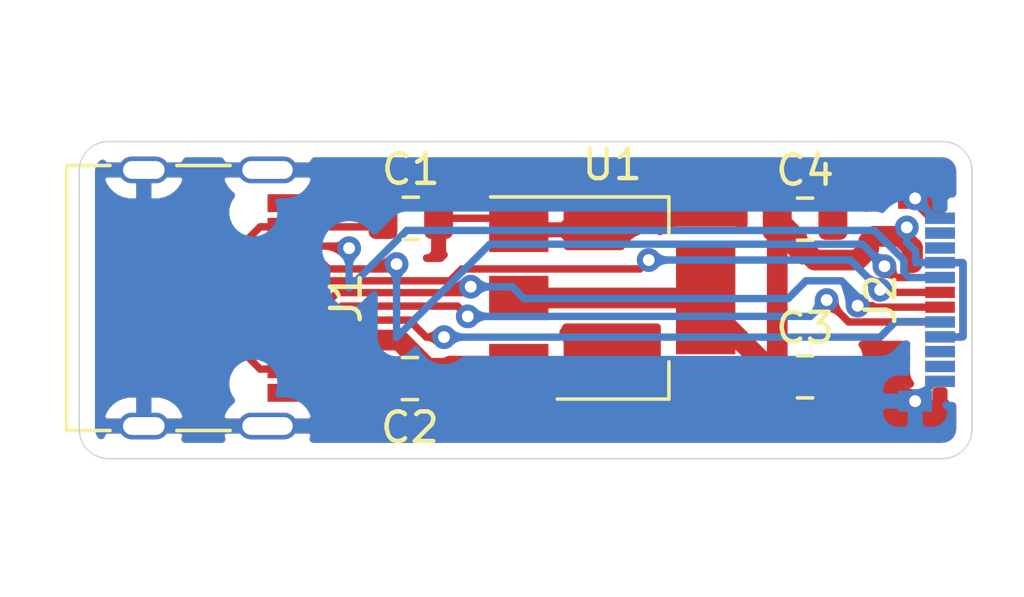
<source format=kicad_pcb>
(kicad_pcb (version 20171130) (host pcbnew "(5.1.6)-1")

  (general
    (thickness 1.6)
    (drawings 9)
    (tracks 147)
    (zones 0)
    (modules 7)
    (nets 12)
  )

  (page A4)
  (layers
    (0 F.Cu signal)
    (31 B.Cu signal)
    (32 B.Adhes user)
    (33 F.Adhes user)
    (34 B.Paste user)
    (35 F.Paste user)
    (36 B.SilkS user)
    (37 F.SilkS user)
    (38 B.Mask user)
    (39 F.Mask user)
    (40 Dwgs.User user)
    (41 Cmts.User user)
    (42 Eco1.User user)
    (43 Eco2.User user)
    (44 Edge.Cuts user)
    (45 Margin user)
    (46 B.CrtYd user)
    (47 F.CrtYd user)
    (48 B.Fab user)
    (49 F.Fab user)
  )

  (setup
    (last_trace_width 0.25)
    (user_trace_width 0.7)
    (trace_clearance 0.01)
    (zone_clearance 0.508)
    (zone_45_only no)
    (trace_min 0.2)
    (via_size 0.8)
    (via_drill 0.4)
    (via_min_size 0.4)
    (via_min_drill 0.3)
    (uvia_size 0.3)
    (uvia_drill 0.1)
    (uvias_allowed no)
    (uvia_min_size 0.2)
    (uvia_min_drill 0.1)
    (edge_width 0.05)
    (segment_width 0.2)
    (pcb_text_width 0.3)
    (pcb_text_size 1.5 1.5)
    (mod_edge_width 0.12)
    (mod_text_size 1 1)
    (mod_text_width 0.15)
    (pad_size 1.524 1.524)
    (pad_drill 0.762)
    (pad_to_mask_clearance 0.05)
    (aux_axis_origin 0 0)
    (visible_elements FFFFFF7F)
    (pcbplotparams
      (layerselection 0x010fc_ffffffff)
      (usegerberextensions false)
      (usegerberattributes true)
      (usegerberadvancedattributes true)
      (creategerberjobfile true)
      (excludeedgelayer true)
      (linewidth 0.100000)
      (plotframeref false)
      (viasonmask false)
      (mode 1)
      (useauxorigin false)
      (hpglpennumber 1)
      (hpglpenspeed 20)
      (hpglpendiameter 15.000000)
      (psnegative false)
      (psa4output false)
      (plotreference true)
      (plotvalue true)
      (plotinvisibletext false)
      (padsonsilk false)
      (subtractmaskfromsilk false)
      (outputformat 1)
      (mirror false)
      (drillshape 0)
      (scaleselection 1)
      (outputdirectory ""))
  )

  (net 0 "")
  (net 1 GND)
  (net 2 5V)
  (net 3 3.3V)
  (net 4 "Net-(J1-PadB5)")
  (net 5 "Net-(J1-PadB6)")
  (net 6 "Net-(J1-PadA8)")
  (net 7 "Net-(J1-PadA5)")
  (net 8 "Net-(J1-PadB8)")
  (net 9 "Net-(J1-PadA7)")
  (net 10 "Net-(J1-PadA6)")
  (net 11 "Net-(J1-PadB7)")

  (net_class Default "This is the default net class."
    (clearance 0.01)
    (trace_width 0.25)
    (via_dia 0.8)
    (via_drill 0.4)
    (uvia_dia 0.3)
    (uvia_drill 0.1)
    (add_net 3.3V)
    (add_net 5V)
    (add_net GND)
    (add_net "Net-(J1-PadA5)")
    (add_net "Net-(J1-PadA6)")
    (add_net "Net-(J1-PadA7)")
    (add_net "Net-(J1-PadA8)")
    (add_net "Net-(J1-PadB5)")
    (add_net "Net-(J1-PadB6)")
    (add_net "Net-(J1-PadB7)")
    (add_net "Net-(J1-PadB8)")
  )

  (module footpoint:USB_C_Plug_Molex_105444 (layer F.Cu) (tedit 63138524) (tstamp 6313E89F)
    (at 157.36 88.44 270)
    (descr "Universal Serial Bus (USB) Shielded I/O Plug, Type C, Right Angle, Surface Mount, http://www.molex.com/pdm_docs/sd/1054440001_sd.pdf")
    (tags "USB Type-C Plug Edge Mount")
    (path /6313FD05)
    (solder_mask_margin 0.01)
    (clearance 0.01)
    (attr smd)
    (fp_text reference J2 (at 0 2.04 90) (layer F.SilkS)
      (effects (font (size 1 1) (thickness 0.15)))
    )
    (fp_text value USB_C_Receptacle_USB2.0 (at 0 -1.96 90) (layer F.Fab)
      (effects (font (size 1 1) (thickness 0.15)))
    )
    (fp_arc (start -3.35 -0.3) (end -3.05 -0.3) (angle 90) (layer F.Fab) (width 0.1))
    (fp_arc (start 3.35 -0.3) (end 3.35 0) (angle 90) (layer F.Fab) (width 0.1))
    (fp_arc (start -2.75 -0.66) (end -3.05 -0.66) (angle 90) (layer F.Fab) (width 0.1))
    (fp_arc (start 2.75 -0.66) (end 2.75 -0.96) (angle 90) (layer F.Fab) (width 0.1))
    (fp_text user "PCB Edge" (at 0 -0.96 90) (layer Dwgs.User)
      (effects (font (size 0.5 0.5) (thickness 0.08)))
    )
    (fp_text user %R (at 0 2.04 90) (layer F.Fab)
      (effects (font (size 1 1) (thickness 0.1)))
    )
    (fp_line (start -4.3 1.96) (end -4.3 -1.46) (layer F.CrtYd) (width 0.05))
    (fp_line (start 3.35 0) (end 4.3 0) (layer F.Fab) (width 0.1))
    (fp_line (start 3.05 -0.66) (end 3.05 -0.3) (layer F.Fab) (width 0.1))
    (fp_line (start -2.75 -0.96) (end 2.75 -0.96) (layer F.Fab) (width 0.1))
    (fp_line (start -3.05 -0.66) (end -3.05 -0.3) (layer F.Fab) (width 0.1))
    (fp_line (start -3.35 0) (end -4.3 0) (layer F.Fab) (width 0.1))
    (fp_line (start 4.3 1.96) (end 4.3 -1.46) (layer F.CrtYd) (width 0.05))
    (fp_line (start 4.3 -1.46) (end -4.3 -1.46) (layer F.CrtYd) (width 0.05))
    (fp_line (start 4.3 1.96) (end -4.3 1.96) (layer F.CrtYd) (width 0.05))
    (pad B12 smd rect (at -2.75 0.04 270) (size 0.38 1) (layers B.Cu B.Paste B.Mask)
      (net 1 GND))
    (pad B11 smd rect (at -2.25 0.04 270) (size 0.38 1) (layers B.Cu B.Paste B.Mask))
    (pad B10 smd rect (at -1.75 0.04 270) (size 0.38 1) (layers B.Cu B.Paste B.Mask))
    (pad B9 smd rect (at -1.25 0.04 270) (size 0.38 1) (layers B.Cu B.Paste B.Mask)
      (net 3 3.3V))
    (pad B8 smd rect (at -0.75 0.04 270) (size 0.38 1) (layers B.Cu B.Paste B.Mask)
      (net 8 "Net-(J1-PadB8)"))
    (pad B5 smd rect (at 0.75 0.04 270) (size 0.38 1) (layers B.Cu B.Paste B.Mask)
      (net 4 "Net-(J1-PadB5)"))
    (pad B4 smd rect (at 1.25 0.04 270) (size 0.38 1) (layers B.Cu B.Paste B.Mask)
      (net 3 3.3V))
    (pad B3 smd rect (at 1.75 0.04 270) (size 0.38 1) (layers B.Cu B.Paste B.Mask))
    (pad B2 smd rect (at 2.25 0.04 270) (size 0.38 1) (layers B.Cu B.Paste B.Mask))
    (pad B1 smd rect (at 2.75 0.04 270) (size 0.38 1) (layers B.Cu B.Paste B.Mask)
      (net 1 GND))
    (pad S1 smd rect (at 3.42 0.88 270) (size 0.7 1.15) (layers B.Cu B.Paste B.Mask)
      (net 1 GND))
    (pad S1 smd rect (at -3.42 0.88 270) (size 0.7 1.15) (layers F.Cu F.Paste F.Mask)
      (net 1 GND))
    (pad A12 smd rect (at 2.75 0.04 270) (size 0.38 1) (layers F.Cu F.Paste F.Mask)
      (net 1 GND))
    (pad A11 smd rect (at 2.25 0.04 270) (size 0.38 1) (layers F.Cu F.Paste F.Mask))
    (pad A10 smd rect (at 1.75 0.04 270) (size 0.38 1) (layers F.Cu F.Paste F.Mask))
    (pad A9 smd rect (at 1.25 0.04 270) (size 0.38 1) (layers F.Cu F.Paste F.Mask)
      (net 3 3.3V))
    (pad A8 smd rect (at 0.75 0.04 270) (size 0.38 1) (layers F.Cu F.Paste F.Mask)
      (net 6 "Net-(J1-PadA8)"))
    (pad A7 smd rect (at 0.25 0.04 270) (size 0.38 1) (layers F.Cu F.Paste F.Mask)
      (net 9 "Net-(J1-PadA7)"))
    (pad A6 smd rect (at -0.25 0.04 270) (size 0.38 1) (layers F.Cu F.Paste F.Mask)
      (net 10 "Net-(J1-PadA6)"))
    (pad A5 smd rect (at -0.75 0.04 270) (size 0.38 1) (layers F.Cu F.Paste F.Mask)
      (net 7 "Net-(J1-PadA5)"))
    (pad A4 smd rect (at -1.25 0.04 270) (size 0.38 1) (layers F.Cu F.Paste F.Mask)
      (net 3 3.3V))
    (pad A3 smd rect (at -1.75 0.04 270) (size 0.38 1) (layers F.Cu F.Paste F.Mask))
    (pad A2 smd rect (at -2.25 0.04 270) (size 0.38 1) (layers F.Cu F.Paste F.Mask))
    (pad A1 smd rect (at -2.75 0.04 270) (size 0.38 1) (layers F.Cu F.Paste F.Mask)
      (net 1 GND))
    (model ${KISYS3DMOD}/Connector_USB.3dshapes/USB_C_Plug_Molex_105444.wrl
      (at (xyz 0 0 0))
      (scale (xyz 1 1 1))
      (rotate (xyz 0 0 0))
    )
  )

  (module Package_TO_SOT_SMD:SOT-223-3_TabPin2 (layer F.Cu) (tedit 5A02FF57) (tstamp 6313E8B5)
    (at 146.27 88.38)
    (descr "module CMS SOT223 4 pins")
    (tags "CMS SOT")
    (path /63137DF4)
    (attr smd)
    (fp_text reference U1 (at 0 -4.5) (layer F.SilkS)
      (effects (font (size 1 1) (thickness 0.15)))
    )
    (fp_text value AMS1117-3.3 (at 0 4.5) (layer F.Fab)
      (effects (font (size 1 1) (thickness 0.15)))
    )
    (fp_text user %R (at 0 0 90) (layer F.Fab)
      (effects (font (size 0.8 0.8) (thickness 0.12)))
    )
    (fp_line (start 1.91 3.41) (end 1.91 2.15) (layer F.SilkS) (width 0.12))
    (fp_line (start 1.91 -3.41) (end 1.91 -2.15) (layer F.SilkS) (width 0.12))
    (fp_line (start 4.4 -3.6) (end -4.4 -3.6) (layer F.CrtYd) (width 0.05))
    (fp_line (start 4.4 3.6) (end 4.4 -3.6) (layer F.CrtYd) (width 0.05))
    (fp_line (start -4.4 3.6) (end 4.4 3.6) (layer F.CrtYd) (width 0.05))
    (fp_line (start -4.4 -3.6) (end -4.4 3.6) (layer F.CrtYd) (width 0.05))
    (fp_line (start -1.85 -2.35) (end -0.85 -3.35) (layer F.Fab) (width 0.1))
    (fp_line (start -1.85 -2.35) (end -1.85 3.35) (layer F.Fab) (width 0.1))
    (fp_line (start -1.85 3.41) (end 1.91 3.41) (layer F.SilkS) (width 0.12))
    (fp_line (start -0.85 -3.35) (end 1.85 -3.35) (layer F.Fab) (width 0.1))
    (fp_line (start -4.1 -3.41) (end 1.91 -3.41) (layer F.SilkS) (width 0.12))
    (fp_line (start -1.85 3.35) (end 1.85 3.35) (layer F.Fab) (width 0.1))
    (fp_line (start 1.85 -3.35) (end 1.85 3.35) (layer F.Fab) (width 0.1))
    (pad 1 smd rect (at -3.15 -2.3) (size 2 1.5) (layers F.Cu F.Paste F.Mask)
      (net 1 GND))
    (pad 3 smd rect (at -3.15 2.3) (size 2 1.5) (layers F.Cu F.Paste F.Mask)
      (net 2 5V))
    (pad 2 smd rect (at -3.15 0) (size 2 1.5) (layers F.Cu F.Paste F.Mask)
      (net 3 3.3V))
    (pad 2 smd rect (at 3.15 0) (size 2 3.8) (layers F.Cu F.Paste F.Mask)
      (net 3 3.3V))
    (model ${KISYS3DMOD}/Package_TO_SOT_SMD.3dshapes/SOT-223.wrl
      (at (xyz 0 0 0))
      (scale (xyz 1 1 1))
      (rotate (xyz 0 0 0))
    )
  )

  (module Connector_USB:USB_C_Receptacle_Palconn_UTC16-G (layer F.Cu) (tedit 5CF432E0) (tstamp 6313E874)
    (at 132.72 88.38 270)
    (descr http://www.palpilot.com/wp-content/uploads/2017/05/UTC027-GKN-OR-Rev-A.pdf)
    (tags "USB C Type-C Receptacle USB2.0")
    (path /6313E207)
    (attr smd)
    (fp_text reference J1 (at 0 -4.58 90) (layer F.SilkS)
      (effects (font (size 1 1) (thickness 0.15)))
    )
    (fp_text value USB_C_Receptacle_USB2.0 (at 0 6.24 90) (layer F.Fab)
      (effects (font (size 1 1) (thickness 0.15)))
    )
    (fp_text user "PCB Edge" (at 0 3.43 90) (layer Dwgs.User)
      (effects (font (size 1 1) (thickness 0.15)))
    )
    (fp_text user %R (at 0 1.18 90) (layer F.Fab)
      (effects (font (size 1 1) (thickness 0.15)))
    )
    (fp_line (start 4.47 4.84) (end -4.47 4.84) (layer F.SilkS) (width 0.12))
    (fp_line (start 4.47 -0.67) (end 4.47 1.13) (layer F.SilkS) (width 0.12))
    (fp_line (start 4.47 4.84) (end 4.47 3.38) (layer F.SilkS) (width 0.12))
    (fp_line (start -4.47 4.84) (end -4.47 3.38) (layer F.SilkS) (width 0.12))
    (fp_line (start -4.47 -0.67) (end -4.47 1.13) (layer F.SilkS) (width 0.12))
    (fp_line (start -4.47 4.34) (end 4.47 4.34) (layer Dwgs.User) (width 0.1))
    (fp_line (start 5.27 5.34) (end 5.27 -3.59) (layer F.CrtYd) (width 0.05))
    (fp_line (start 5.27 -3.59) (end -5.27 -3.59) (layer F.CrtYd) (width 0.05))
    (fp_line (start -5.27 -3.59) (end -5.27 5.34) (layer F.CrtYd) (width 0.05))
    (fp_line (start -5.27 5.34) (end 5.27 5.34) (layer F.CrtYd) (width 0.05))
    (fp_line (start -4.47 -2.48) (end -4.47 4.84) (layer F.Fab) (width 0.1))
    (fp_line (start 4.47 4.84) (end -4.47 4.84) (layer F.Fab) (width 0.1))
    (fp_line (start 4.47 -2.48) (end 4.47 4.84) (layer F.Fab) (width 0.1))
    (fp_line (start -4.47 -2.48) (end 4.47 -2.48) (layer F.Fab) (width 0.1))
    (pad A12 smd rect (at 3.2 -2.51 270) (size 0.6 1.16) (layers F.Cu F.Paste F.Mask)
      (net 1 GND))
    (pad A9 smd rect (at 2.4 -2.51 270) (size 0.6 1.16) (layers F.Cu F.Paste F.Mask)
      (net 2 5V))
    (pad B1 smd rect (at 3.2 -2.51 270) (size 0.6 1.16) (layers F.Cu F.Paste F.Mask)
      (net 1 GND))
    (pad B4 smd rect (at 2.4 -2.51 270) (size 0.6 1.16) (layers F.Cu F.Paste F.Mask)
      (net 2 5V))
    (pad B12 smd rect (at -3.2 -2.51 270) (size 0.6 1.16) (layers F.Cu F.Paste F.Mask)
      (net 1 GND))
    (pad A1 smd rect (at -3.2 -2.51 270) (size 0.6 1.16) (layers F.Cu F.Paste F.Mask)
      (net 1 GND))
    (pad B9 smd rect (at -2.4 -2.51 270) (size 0.6 1.16) (layers F.Cu F.Paste F.Mask)
      (net 2 5V))
    (pad A4 smd rect (at -2.4 -2.51 270) (size 0.6 1.16) (layers F.Cu F.Paste F.Mask)
      (net 2 5V))
    (pad "" np_thru_hole circle (at -2.89 -1.45 90) (size 0.6 0.6) (drill 0.6) (layers *.Cu *.Mask))
    (pad "" np_thru_hole circle (at 2.89 -1.45 90) (size 0.6 0.6) (drill 0.6) (layers *.Cu *.Mask))
    (pad B5 smd rect (at 1.75 -2.51 90) (size 0.3 1.16) (layers F.Cu F.Paste F.Mask)
      (net 4 "Net-(J1-PadB5)"))
    (pad B6 smd rect (at 0.75 -2.51 90) (size 0.3 1.16) (layers F.Cu F.Paste F.Mask)
      (net 5 "Net-(J1-PadB6)"))
    (pad A8 smd rect (at 1.25 -2.51 90) (size 0.3 1.16) (layers F.Cu F.Paste F.Mask)
      (net 6 "Net-(J1-PadA8)"))
    (pad A5 smd rect (at -1.25 -2.51 90) (size 0.3 1.16) (layers F.Cu F.Paste F.Mask)
      (net 7 "Net-(J1-PadA5)"))
    (pad B8 smd rect (at -1.75 -2.51 90) (size 0.3 1.16) (layers F.Cu F.Paste F.Mask)
      (net 8 "Net-(J1-PadB8)"))
    (pad A7 smd rect (at 0.25 -2.51 90) (size 0.3 1.16) (layers F.Cu F.Paste F.Mask)
      (net 9 "Net-(J1-PadA7)"))
    (pad A6 smd rect (at -0.25 -2.51 90) (size 0.3 1.16) (layers F.Cu F.Paste F.Mask)
      (net 10 "Net-(J1-PadA6)"))
    (pad B7 smd rect (at -0.75 -2.51 90) (size 0.3 1.16) (layers F.Cu F.Paste F.Mask)
      (net 11 "Net-(J1-PadB7)"))
    (pad S1 thru_hole oval (at 4.32 2.24) (size 1.7 0.9) (drill oval 1.4 0.6) (layers *.Cu *.Mask)
      (net 1 GND))
    (pad S1 thru_hole oval (at -4.32 2.24) (size 1.7 0.9) (drill oval 1.4 0.6) (layers *.Cu *.Mask)
      (net 1 GND))
    (pad S1 thru_hole oval (at 4.32 -1.93) (size 2 0.9) (drill oval 1.7 0.6) (layers *.Cu *.Mask)
      (net 1 GND))
    (pad S1 thru_hole oval (at -4.32 -1.93) (size 2 0.9) (drill oval 1.7 0.6) (layers *.Cu *.Mask)
      (net 1 GND))
    (model ${KISYS3DMOD}/Connector_USB.3dshapes/USB_C_Receptacle_Palconn_UTC16-G.wrl
      (at (xyz 0 0 0))
      (scale (xyz 1 1 1))
      (rotate (xyz 0 0 0))
    )
  )

  (module Capacitor_SMD:C_0805_2012Metric (layer F.Cu) (tedit 5B36C52B) (tstamp 6313F0C9)
    (at 152.77 85.72)
    (descr "Capacitor SMD 0805 (2012 Metric), square (rectangular) end terminal, IPC_7351 nominal, (Body size source: https://docs.google.com/spreadsheets/d/1BsfQQcO9C6DZCsRaXUlFlo91Tg2WpOkGARC1WS5S8t0/edit?usp=sharing), generated with kicad-footprint-generator")
    (tags capacitor)
    (path /6313AAA5)
    (attr smd)
    (fp_text reference C4 (at 0 -1.65) (layer F.SilkS)
      (effects (font (size 1 1) (thickness 0.15)))
    )
    (fp_text value 0.1uf (at 0 1.65) (layer F.Fab)
      (effects (font (size 1 1) (thickness 0.15)))
    )
    (fp_text user %R (at 0 0) (layer F.Fab)
      (effects (font (size 0.5 0.5) (thickness 0.08)))
    )
    (fp_line (start -1 0.6) (end -1 -0.6) (layer F.Fab) (width 0.1))
    (fp_line (start -1 -0.6) (end 1 -0.6) (layer F.Fab) (width 0.1))
    (fp_line (start 1 -0.6) (end 1 0.6) (layer F.Fab) (width 0.1))
    (fp_line (start 1 0.6) (end -1 0.6) (layer F.Fab) (width 0.1))
    (fp_line (start -0.258578 -0.71) (end 0.258578 -0.71) (layer F.SilkS) (width 0.12))
    (fp_line (start -0.258578 0.71) (end 0.258578 0.71) (layer F.SilkS) (width 0.12))
    (fp_line (start -1.68 0.95) (end -1.68 -0.95) (layer F.CrtYd) (width 0.05))
    (fp_line (start -1.68 -0.95) (end 1.68 -0.95) (layer F.CrtYd) (width 0.05))
    (fp_line (start 1.68 -0.95) (end 1.68 0.95) (layer F.CrtYd) (width 0.05))
    (fp_line (start 1.68 0.95) (end -1.68 0.95) (layer F.CrtYd) (width 0.05))
    (pad 2 smd roundrect (at 0.9375 0) (size 0.975 1.4) (layers F.Cu F.Paste F.Mask) (roundrect_rratio 0.25)
      (net 1 GND))
    (pad 1 smd roundrect (at -0.9375 0) (size 0.975 1.4) (layers F.Cu F.Paste F.Mask) (roundrect_rratio 0.25)
      (net 3 3.3V))
    (model ${KISYS3DMOD}/Capacitor_SMD.3dshapes/C_0805_2012Metric.wrl
      (at (xyz 0 0 0))
      (scale (xyz 1 1 1))
      (rotate (xyz 0 0 0))
    )
  )

  (module Capacitor_SMD:C_0805_2012Metric (layer F.Cu) (tedit 5B36C52B) (tstamp 6313E839)
    (at 152.77 91.04)
    (descr "Capacitor SMD 0805 (2012 Metric), square (rectangular) end terminal, IPC_7351 nominal, (Body size source: https://docs.google.com/spreadsheets/d/1BsfQQcO9C6DZCsRaXUlFlo91Tg2WpOkGARC1WS5S8t0/edit?usp=sharing), generated with kicad-footprint-generator")
    (tags capacitor)
    (path /6313A27A)
    (attr smd)
    (fp_text reference C3 (at 0 -1.65) (layer F.SilkS)
      (effects (font (size 1 1) (thickness 0.15)))
    )
    (fp_text value 10uf (at 0 1.65) (layer F.Fab)
      (effects (font (size 1 1) (thickness 0.15)))
    )
    (fp_text user %R (at 0 0) (layer F.Fab)
      (effects (font (size 0.5 0.5) (thickness 0.08)))
    )
    (fp_line (start -1 0.6) (end -1 -0.6) (layer F.Fab) (width 0.1))
    (fp_line (start -1 -0.6) (end 1 -0.6) (layer F.Fab) (width 0.1))
    (fp_line (start 1 -0.6) (end 1 0.6) (layer F.Fab) (width 0.1))
    (fp_line (start 1 0.6) (end -1 0.6) (layer F.Fab) (width 0.1))
    (fp_line (start -0.258578 -0.71) (end 0.258578 -0.71) (layer F.SilkS) (width 0.12))
    (fp_line (start -0.258578 0.71) (end 0.258578 0.71) (layer F.SilkS) (width 0.12))
    (fp_line (start -1.68 0.95) (end -1.68 -0.95) (layer F.CrtYd) (width 0.05))
    (fp_line (start -1.68 -0.95) (end 1.68 -0.95) (layer F.CrtYd) (width 0.05))
    (fp_line (start 1.68 -0.95) (end 1.68 0.95) (layer F.CrtYd) (width 0.05))
    (fp_line (start 1.68 0.95) (end -1.68 0.95) (layer F.CrtYd) (width 0.05))
    (pad 2 smd roundrect (at 0.9375 0) (size 0.975 1.4) (layers F.Cu F.Paste F.Mask) (roundrect_rratio 0.25)
      (net 1 GND))
    (pad 1 smd roundrect (at -0.9375 0) (size 0.975 1.4) (layers F.Cu F.Paste F.Mask) (roundrect_rratio 0.25)
      (net 3 3.3V))
    (model ${KISYS3DMOD}/Capacitor_SMD.3dshapes/C_0805_2012Metric.wrl
      (at (xyz 0 0 0))
      (scale (xyz 1 1 1))
      (rotate (xyz 0 0 0))
    )
  )

  (module Capacitor_SMD:C_0805_2012Metric (layer F.Cu) (tedit 5B36C52B) (tstamp 6313E828)
    (at 139.45 91.1 180)
    (descr "Capacitor SMD 0805 (2012 Metric), square (rectangular) end terminal, IPC_7351 nominal, (Body size source: https://docs.google.com/spreadsheets/d/1BsfQQcO9C6DZCsRaXUlFlo91Tg2WpOkGARC1WS5S8t0/edit?usp=sharing), generated with kicad-footprint-generator")
    (tags capacitor)
    (path /63139081)
    (attr smd)
    (fp_text reference C2 (at 0 -1.65) (layer F.SilkS)
      (effects (font (size 1 1) (thickness 0.15)))
    )
    (fp_text value 0.1uf (at 0 1.65) (layer F.Fab)
      (effects (font (size 1 1) (thickness 0.15)))
    )
    (fp_line (start 1.68 0.95) (end -1.68 0.95) (layer F.CrtYd) (width 0.05))
    (fp_line (start 1.68 -0.95) (end 1.68 0.95) (layer F.CrtYd) (width 0.05))
    (fp_line (start -1.68 -0.95) (end 1.68 -0.95) (layer F.CrtYd) (width 0.05))
    (fp_line (start -1.68 0.95) (end -1.68 -0.95) (layer F.CrtYd) (width 0.05))
    (fp_line (start -0.258578 0.71) (end 0.258578 0.71) (layer F.SilkS) (width 0.12))
    (fp_line (start -0.258578 -0.71) (end 0.258578 -0.71) (layer F.SilkS) (width 0.12))
    (fp_line (start 1 0.6) (end -1 0.6) (layer F.Fab) (width 0.1))
    (fp_line (start 1 -0.6) (end 1 0.6) (layer F.Fab) (width 0.1))
    (fp_line (start -1 -0.6) (end 1 -0.6) (layer F.Fab) (width 0.1))
    (fp_line (start -1 0.6) (end -1 -0.6) (layer F.Fab) (width 0.1))
    (fp_text user %R (at 0 0 180) (layer F.Fab)
      (effects (font (size 0.5 0.5) (thickness 0.08)))
    )
    (pad 1 smd roundrect (at -0.9375 0 180) (size 0.975 1.4) (layers F.Cu F.Paste F.Mask) (roundrect_rratio 0.25)
      (net 2 5V))
    (pad 2 smd roundrect (at 0.9375 0 180) (size 0.975 1.4) (layers F.Cu F.Paste F.Mask) (roundrect_rratio 0.25)
      (net 1 GND))
    (model ${KISYS3DMOD}/Capacitor_SMD.3dshapes/C_0805_2012Metric.wrl
      (at (xyz 0 0 0))
      (scale (xyz 1 1 1))
      (rotate (xyz 0 0 0))
    )
  )

  (module Capacitor_SMD:C_0805_2012Metric (layer F.Cu) (tedit 5B36C52B) (tstamp 6313ED01)
    (at 139.48 85.69)
    (descr "Capacitor SMD 0805 (2012 Metric), square (rectangular) end terminal, IPC_7351 nominal, (Body size source: https://docs.google.com/spreadsheets/d/1BsfQQcO9C6DZCsRaXUlFlo91Tg2WpOkGARC1WS5S8t0/edit?usp=sharing), generated with kicad-footprint-generator")
    (tags capacitor)
    (path /63139AD5)
    (attr smd)
    (fp_text reference C1 (at 0 -1.65) (layer F.SilkS)
      (effects (font (size 1 1) (thickness 0.15)))
    )
    (fp_text value 10uf (at 0 1.65) (layer F.Fab)
      (effects (font (size 1 1) (thickness 0.15)))
    )
    (fp_line (start 1.68 0.95) (end -1.68 0.95) (layer F.CrtYd) (width 0.05))
    (fp_line (start 1.68 -0.95) (end 1.68 0.95) (layer F.CrtYd) (width 0.05))
    (fp_line (start -1.68 -0.95) (end 1.68 -0.95) (layer F.CrtYd) (width 0.05))
    (fp_line (start -1.68 0.95) (end -1.68 -0.95) (layer F.CrtYd) (width 0.05))
    (fp_line (start -0.258578 0.71) (end 0.258578 0.71) (layer F.SilkS) (width 0.12))
    (fp_line (start -0.258578 -0.71) (end 0.258578 -0.71) (layer F.SilkS) (width 0.12))
    (fp_line (start 1 0.6) (end -1 0.6) (layer F.Fab) (width 0.1))
    (fp_line (start 1 -0.6) (end 1 0.6) (layer F.Fab) (width 0.1))
    (fp_line (start -1 -0.6) (end 1 -0.6) (layer F.Fab) (width 0.1))
    (fp_line (start -1 0.6) (end -1 -0.6) (layer F.Fab) (width 0.1))
    (fp_text user %R (at 0 0) (layer F.Fab)
      (effects (font (size 0.5 0.5) (thickness 0.08)))
    )
    (pad 1 smd roundrect (at -0.9375 0) (size 0.975 1.4) (layers F.Cu F.Paste F.Mask) (roundrect_rratio 0.25)
      (net 2 5V))
    (pad 2 smd roundrect (at 0.9375 0) (size 0.975 1.4) (layers F.Cu F.Paste F.Mask) (roundrect_rratio 0.25)
      (net 1 GND))
    (model ${KISYS3DMOD}/Capacitor_SMD.3dshapes/C_0805_2012Metric.wrl
      (at (xyz 0 0 0))
      (scale (xyz 1 1 1))
      (rotate (xyz 0 0 0))
    )
  )

  (gr_arc (start 157.4 84.1) (end 158.4 84.1) (angle -90) (layer Edge.Cuts) (width 0.05) (tstamp 6313F243))
  (gr_arc (start 157.4 92.8) (end 157.4 93.8) (angle -90) (layer Edge.Cuts) (width 0.05) (tstamp 6313F243))
  (gr_arc (start 129.3 92.8) (end 128.3 92.8) (angle -90) (layer Edge.Cuts) (width 0.05) (tstamp 6313F243))
  (gr_arc (start 129.3 84.1) (end 129.3 83.1) (angle -90) (layer Edge.Cuts) (width 0.05))
  (gr_line (start 128.3 92.8) (end 128.3 84.1) (layer Edge.Cuts) (width 0.05) (tstamp 6313F23A))
  (gr_line (start 157.4 93.8) (end 129.3 93.8) (layer Edge.Cuts) (width 0.05))
  (gr_line (start 158.4 92.7) (end 158.4 92.7) (layer Edge.Cuts) (width 0.05))
  (gr_line (start 158.4 84.1) (end 158.4 92.8) (layer Edge.Cuts) (width 0.05))
  (gr_line (start 129.3 83.1) (end 157.4 83.1) (layer Edge.Cuts) (width 0.05))

  (segment (start 154.4075 85.02) (end 153.7075 85.72) (width 0.25) (layer F.Cu) (net 1))
  (segment (start 156.48 85.02) (end 154.4075 85.02) (width 0.25) (layer F.Cu) (net 1))
  (segment (start 156.65 85.02) (end 157.13 85.5) (width 0.7) (layer F.Cu) (net 1))
  (segment (start 156.48 85.02) (end 156.65 85.02) (width 0.7) (layer F.Cu) (net 1))
  (segment (start 157.32 85.69) (end 157.13 85.5) (width 0.25) (layer F.Cu) (net 1))
  (segment (start 157.15 91.19) (end 156.48 91.86) (width 0.25) (layer B.Cu) (net 1))
  (segment (start 157.32 91.19) (end 157.15 91.19) (width 0.25) (layer B.Cu) (net 1))
  (via (at 156.48 85.02) (size 0.8) (drill 0.4) (layers F.Cu B.Cu) (net 1))
  (segment (start 157.32 85.69) (end 157.15 85.69) (width 0.25) (layer B.Cu) (net 1))
  (segment (start 157.15 85.69) (end 156.48 85.02) (width 0.25) (layer B.Cu) (net 1))
  (via (at 156.48 91.86) (size 0.8) (drill 0.4) (layers F.Cu B.Cu) (net 1))
  (segment (start 157.32 91.19) (end 157.15 91.19) (width 0.25) (layer F.Cu) (net 1))
  (segment (start 157.15 91.19) (end 156.48 91.86) (width 0.25) (layer F.Cu) (net 1))
  (segment (start 155.66 91.04) (end 156.48 91.86) (width 0.25) (layer F.Cu) (net 1))
  (segment (start 153.7075 91.04) (end 155.66 91.04) (width 0.25) (layer F.Cu) (net 1))
  (segment (start 138.0325 91.58) (end 138.5125 91.1) (width 0.25) (layer F.Cu) (net 1))
  (segment (start 135.23 91.58) (end 138.0325 91.58) (width 0.25) (layer F.Cu) (net 1))
  (segment (start 135.23 85.18) (end 137.02 85.18) (width 0.25) (layer F.Cu) (net 1))
  (segment (start 137.02 85.18) (end 138 84.2) (width 0.25) (layer F.Cu) (net 1))
  (segment (start 138.9275 84.2) (end 140.4175 85.69) (width 0.25) (layer F.Cu) (net 1))
  (segment (start 138 84.2) (end 138.9275 84.2) (width 0.25) (layer F.Cu) (net 1))
  (segment (start 142.73 85.69) (end 143.12 86.08) (width 0.25) (layer F.Cu) (net 1))
  (segment (start 140.4175 85.69) (end 142.73 85.69) (width 0.25) (layer F.Cu) (net 1))
  (segment (start 138.2525 85.98) (end 135.23 85.98) (width 0.25) (layer F.Cu) (net 2))
  (segment (start 138.5425 85.69) (end 138.2525 85.98) (width 0.25) (layer F.Cu) (net 2))
  (segment (start 136.62 90.78) (end 135.23 90.78) (width 0.25) (layer F.Cu) (net 2))
  (segment (start 140.8075 90.68) (end 140.3875 91.1) (width 0.7) (layer F.Cu) (net 2))
  (segment (start 143.12 90.68) (end 140.8075 90.68) (width 0.7) (layer F.Cu) (net 2))
  (segment (start 137.6 89.8) (end 137 90.4) (width 0.7) (layer F.Cu) (net 2))
  (segment (start 139.0875 89.8) (end 137.6 89.8) (width 0.7) (layer F.Cu) (net 2))
  (segment (start 140.3875 91.1) (end 139.0875 89.8) (width 0.7) (layer F.Cu) (net 2))
  (segment (start 137 90.4) (end 136.62 90.78) (width 0.7) (layer F.Cu) (net 2))
  (segment (start 134.4 90.78) (end 133.9 90.28) (width 0.25) (layer F.Cu) (net 2))
  (segment (start 135.23 90.78) (end 134.4 90.78) (width 0.25) (layer F.Cu) (net 2))
  (segment (start 134.4 85.98) (end 135.23 85.98) (width 0.25) (layer F.Cu) (net 2))
  (segment (start 133.9 86.48) (end 134.4 85.98) (width 0.25) (layer F.Cu) (net 2))
  (segment (start 133.9 90.28) (end 133.9 86.48) (width 0.25) (layer F.Cu) (net 2))
  (segment (start 151.8325 85.72) (end 152.85751 86.74501) (width 0.25) (layer F.Cu) (net 3))
  (segment (start 151.8325 85.72) (end 152.5 86.3875) (width 0.7) (layer F.Cu) (net 3))
  (segment (start 152.5 86.3875) (end 152.5 86.7) (width 0.7) (layer F.Cu) (net 3))
  (segment (start 152.5 86.7) (end 152.7 86.9) (width 0.7) (layer F.Cu) (net 3))
  (segment (start 149.42 88.6275) (end 151.8325 91.04) (width 0.7) (layer F.Cu) (net 3))
  (segment (start 149.42 88.38) (end 149.42 88.6275) (width 0.7) (layer F.Cu) (net 3))
  (segment (start 151.8325 91.04) (end 151.8325 85.72) (width 0.7) (layer F.Cu) (net 3))
  (segment (start 143.12 88.38) (end 149.42 88.38) (width 0.7) (layer F.Cu) (net 3))
  (segment (start 152.5 86.7) (end 152.7 86.7) (width 0.7) (layer F.Cu) (net 3))
  (segment (start 152.7 86.7) (end 153.1 87.1) (width 0.7) (layer F.Cu) (net 3))
  (segment (start 154.530522 87.1) (end 154.915261 86.715261) (width 0.7) (layer F.Cu) (net 3))
  (segment (start 153.1 87.1) (end 154.530522 87.1) (width 0.7) (layer F.Cu) (net 3))
  (segment (start 154.915261 86.715261) (end 154.915261 86.484739) (width 0.7) (layer F.Cu) (net 3))
  (segment (start 154.915261 86.484739) (end 155.1 86.3) (width 0.7) (layer F.Cu) (net 3))
  (segment (start 155.1 86.3) (end 156 86.3) (width 0.7) (layer F.Cu) (net 3))
  (segment (start 156.39 86.69) (end 156.39 87.19) (width 0.7) (layer F.Cu) (net 3))
  (segment (start 156 86.3) (end 156.39 86.69) (width 0.7) (layer F.Cu) (net 3))
  (segment (start 156.39 87.19) (end 157.32 87.19) (width 0.25) (layer F.Cu) (net 3))
  (segment (start 157.32 87.19) (end 158.09 87.19) (width 0.25) (layer F.Cu) (net 3))
  (segment (start 157.69 89.69) (end 157.7 89.7) (width 0.25) (layer F.Cu) (net 3))
  (segment (start 157.32 89.69) (end 157.69 89.69) (width 0.25) (layer F.Cu) (net 3))
  (segment (start 157.7 89.7) (end 158 89.7) (width 0.25) (layer F.Cu) (net 3))
  (segment (start 158.09 89.61) (end 158.09 87.19) (width 0.25) (layer F.Cu) (net 3))
  (segment (start 158 89.7) (end 158.09 89.61) (width 0.25) (layer F.Cu) (net 3))
  (segment (start 158.07 87.19) (end 157.32 87.19) (width 0.25) (layer B.Cu) (net 3))
  (segment (start 158.1 87.22) (end 158.07 87.19) (width 0.25) (layer B.Cu) (net 3))
  (segment (start 158.1 89.68) (end 158.1 87.22) (width 0.25) (layer B.Cu) (net 3))
  (segment (start 157.32 89.69) (end 158.09 89.69) (width 0.25) (layer B.Cu) (net 3))
  (segment (start 158.09 89.69) (end 158.1 89.68) (width 0.25) (layer B.Cu) (net 3))
  (via (at 156.2 86) (size 0.8) (drill 0.4) (layers F.Cu B.Cu) (net 3))
  (segment (start 156.2 86.503002) (end 156.2 86) (width 0.25) (layer B.Cu) (net 3))
  (segment (start 156.2 86.1) (end 156 86.3) (width 0.25) (layer F.Cu) (net 3))
  (segment (start 156.2 86) (end 156.2 86.1) (width 0.25) (layer F.Cu) (net 3))
  (segment (start 157.32 87.19) (end 156.51 87.19) (width 0.25) (layer B.Cu) (net 3))
  (segment (start 156.498499 87.178499) (end 156.498499 86.801501) (width 0.25) (layer B.Cu) (net 3))
  (segment (start 156.51 87.19) (end 156.498499 87.178499) (width 0.25) (layer B.Cu) (net 3))
  (segment (start 156.498499 86.801501) (end 156.2 86.503002) (width 0.25) (layer B.Cu) (net 3))
  (via (at 140.6 89.7) (size 0.8) (drill 0.4) (layers F.Cu B.Cu) (net 4))
  (segment (start 135.23 90.13) (end 136.315392 90.13) (width 0.25) (layer F.Cu) (net 4))
  (segment (start 136.315392 90.13) (end 137.320402 89.12499) (width 0.25) (layer F.Cu) (net 4))
  (segment (start 139.57501 89.12499) (end 139.57501 89.27501) (width 0.25) (layer F.Cu) (net 4))
  (segment (start 137.320402 89.12499) (end 139.57501 89.12499) (width 0.25) (layer F.Cu) (net 4))
  (segment (start 140 89.7) (end 140.6 89.7) (width 0.25) (layer F.Cu) (net 4))
  (segment (start 139.57501 89.27501) (end 140 89.7) (width 0.25) (layer F.Cu) (net 4))
  (segment (start 155.3 89.7) (end 155.825001 89.174999) (width 0.25) (layer B.Cu) (net 4))
  (segment (start 140.6 89.7) (end 155.3 89.7) (width 0.25) (layer B.Cu) (net 4))
  (segment (start 155.825001 89.174999) (end 157.32 89.174999) (width 0.25) (layer B.Cu) (net 4))
  (via (at 141.4 89) (size 0.8) (drill 0.4) (layers F.Cu B.Cu) (net 6))
  (segment (start 135.23 89.63) (end 136.178982 89.63) (width 0.25) (layer F.Cu) (net 6))
  (via (at 153.5 88.449999) (size 0.8) (drill 0.4) (layers F.Cu B.Cu) (net 6))
  (segment (start 154.240001 89.19) (end 157.32 89.19) (width 0.25) (layer F.Cu) (net 6))
  (segment (start 153.5 88.449999) (end 154.240001 89.19) (width 0.25) (layer F.Cu) (net 6))
  (segment (start 152.949999 89) (end 153.5 88.449999) (width 0.25) (layer B.Cu) (net 6))
  (segment (start 141.4 89) (end 152.949999 89) (width 0.25) (layer B.Cu) (net 6))
  (segment (start 141.054491 88.654491) (end 141.4 89) (width 0.25) (layer F.Cu) (net 6))
  (segment (start 137.154491 88.654491) (end 141.054491 88.654491) (width 0.25) (layer F.Cu) (net 6))
  (segment (start 136.178982 89.63) (end 137.154491 88.654491) (width 0.25) (layer F.Cu) (net 6))
  (segment (start 135.23 87.13) (end 136.43 87.13) (width 0.25) (layer F.Cu) (net 7))
  (segment (start 136.43 87.13) (end 136.7 87.4) (width 0.25) (layer F.Cu) (net 7))
  (segment (start 136.7 87.4) (end 138.835 87.4) (width 0.25) (layer F.Cu) (net 7))
  (via (at 139 87.235) (size 0.8) (drill 0.4) (layers F.Cu B.Cu) (net 7))
  (segment (start 138.835 87.4) (end 139 87.235) (width 0.25) (layer F.Cu) (net 7))
  (via (at 155.446896 87.308428) (size 0.8) (drill 0.4) (layers F.Cu B.Cu) (net 7))
  (segment (start 154.703467 86.564999) (end 155.446896 87.308428) (width 0.25) (layer B.Cu) (net 7))
  (segment (start 142.143199 86.564999) (end 154.703467 86.564999) (width 0.25) (layer B.Cu) (net 7))
  (segment (start 139 87.235) (end 139 89.708198) (width 0.25) (layer B.Cu) (net 7))
  (segment (start 139 89.708198) (end 142.143199 86.564999) (width 0.25) (layer B.Cu) (net 7))
  (segment (start 155.828468 87.69) (end 157.32 87.69) (width 0.25) (layer F.Cu) (net 7))
  (segment (start 155.446896 87.308428) (end 155.828468 87.69) (width 0.25) (layer F.Cu) (net 7))
  (via (at 137.4 86.7) (size 0.8) (drill 0.4) (layers F.Cu B.Cu) (net 8))
  (segment (start 135.23 86.63) (end 137.33 86.63) (width 0.25) (layer F.Cu) (net 8))
  (segment (start 137.33 86.63) (end 137.4 86.7) (width 0.25) (layer F.Cu) (net 8))
  (segment (start 137.4 86.7) (end 137.4 88.043198) (width 0.25) (layer B.Cu) (net 8))
  (segment (start 137.4 88.043198) (end 139.343198 86.1) (width 0.25) (layer B.Cu) (net 8))
  (segment (start 156.29 87.69) (end 157.32 87.69) (width 0.25) (layer B.Cu) (net 8))
  (segment (start 156.1 87.5) (end 156.29 87.69) (width 0.25) (layer B.Cu) (net 8))
  (segment (start 155.1 86.1) (end 156.1 87.1) (width 0.25) (layer B.Cu) (net 8))
  (segment (start 156.1 87.1) (end 156.1 87.5) (width 0.25) (layer B.Cu) (net 8))
  (segment (start 139.343198 86.1) (end 155.1 86.1) (width 0.25) (layer B.Cu) (net 8))
  (via (at 141.5 88) (size 0.8) (drill 0.4) (layers F.Cu B.Cu) (net 9))
  (via (at 154.541803 88.639999) (size 0.8) (drill 0.4) (layers F.Cu B.Cu) (net 9))
  (segment (start 154.541803 88.639999) (end 155.039999 88.639999) (width 0.25) (layer F.Cu) (net 9))
  (segment (start 155.09 88.69) (end 157.32 88.69) (width 0.25) (layer F.Cu) (net 9))
  (segment (start 155.039999 88.639999) (end 155.09 88.69) (width 0.25) (layer F.Cu) (net 9))
  (segment (start 135.23 88.63) (end 136.33 88.63) (width 0.25) (layer F.Cu) (net 9))
  (segment (start 141.3 88.2) (end 141.5 88) (width 0.25) (layer F.Cu) (net 9))
  (segment (start 137 88.2) (end 141.3 88.2) (width 0.25) (layer F.Cu) (net 9))
  (segment (start 136.33 88.63) (end 136.57 88.63) (width 0.25) (layer F.Cu) (net 9))
  (segment (start 136.57 88.63) (end 137 88.2) (width 0.25) (layer F.Cu) (net 9))
  (segment (start 141.5 88) (end 142.9 88) (width 0.25) (layer B.Cu) (net 9))
  (segment (start 142.9 88) (end 143.3 88.4) (width 0.25) (layer B.Cu) (net 9))
  (segment (start 152.2 88.4) (end 152.8 87.8) (width 0.25) (layer B.Cu) (net 9))
  (segment (start 143.3 88.4) (end 152.2 88.4) (width 0.25) (layer B.Cu) (net 9))
  (segment (start 154.541803 88.341803) (end 154.541803 88.639999) (width 0.25) (layer B.Cu) (net 9))
  (segment (start 152.8 87.8) (end 154 87.8) (width 0.25) (layer B.Cu) (net 9))
  (segment (start 154 87.8) (end 154.541803 88.341803) (width 0.25) (layer B.Cu) (net 9))
  (via (at 147.5 87.1) (size 0.8) (drill 0.4) (layers F.Cu B.Cu) (net 10))
  (via (at 155.3 88.104999) (size 0.8) (drill 0.4) (layers F.Cu B.Cu) (net 10))
  (segment (start 147.5 87.1) (end 154.295001 87.1) (width 0.25) (layer B.Cu) (net 10))
  (segment (start 154.295001 87.1) (end 155.3 88.104999) (width 0.25) (layer B.Cu) (net 10))
  (segment (start 155.3 88.104999) (end 155.704999 88.104999) (width 0.25) (layer F.Cu) (net 10))
  (segment (start 155.79 88.19) (end 157.32 88.19) (width 0.25) (layer F.Cu) (net 10))
  (segment (start 155.704999 88.104999) (end 155.79 88.19) (width 0.25) (layer F.Cu) (net 10))
  (segment (start 135.23 88.13) (end 136.53 88.13) (width 0.25) (layer F.Cu) (net 10))
  (segment (start 136.53 88.13) (end 136.53 88.07) (width 0.25) (layer F.Cu) (net 10))
  (segment (start 136.53 88.07) (end 136.8 87.8) (width 0.25) (layer F.Cu) (net 10))
  (segment (start 136.8 87.8) (end 140.8 87.8) (width 0.25) (layer F.Cu) (net 10))
  (segment (start 147.2 87.4) (end 147.5 87.1) (width 0.25) (layer F.Cu) (net 10))
  (segment (start 141.2 87.4) (end 147.2 87.4) (width 0.25) (layer F.Cu) (net 10))
  (segment (start 140.8 87.8) (end 141.2 87.4) (width 0.25) (layer F.Cu) (net 10))

  (zone (net 1) (net_name GND) (layer F.Cu) (tstamp 631401A2) (hatch edge 0.508)
    (connect_pads (clearance 0.508))
    (min_thickness 0.254)
    (fill yes (arc_segments 32) (thermal_gap 0.508) (thermal_bridge_width 0.508))
    (polygon
      (pts
        (xy 158.4 93.8) (xy 128.3 93.8) (xy 128.3 83.1) (xy 158.4 83.1)
      )
    )
    (filled_polygon
      (pts
        (xy 133.055592 83.765999) (xy 133.182498 83.933) (xy 134.523 83.933) (xy 134.523 83.913) (xy 134.777 83.913)
        (xy 134.777 83.933) (xy 136.117502 83.933) (xy 136.244408 83.765999) (xy 136.242291 83.76) (xy 157.367721 83.76)
        (xy 157.465424 83.76958) (xy 157.528356 83.78858) (xy 157.586405 83.819445) (xy 157.637343 83.860989) (xy 157.679248 83.911644)
        (xy 157.710515 83.969471) (xy 157.729956 84.032272) (xy 157.74 84.127835) (xy 157.74 84.863037) (xy 157.60575 84.865)
        (xy 157.577752 84.892998) (xy 157.531252 84.892998) (xy 157.69 84.73425) (xy 157.693072 84.67) (xy 157.680812 84.545518)
        (xy 157.644502 84.42582) (xy 157.585537 84.315506) (xy 157.506185 84.218815) (xy 157.409494 84.139463) (xy 157.29918 84.080498)
        (xy 157.179482 84.044188) (xy 157.055 84.031928) (xy 156.76575 84.035) (xy 156.607 84.19375) (xy 156.607 84.831317)
        (xy 156.353 84.684876) (xy 156.353 84.19375) (xy 156.19425 84.035) (xy 155.905 84.031928) (xy 155.780518 84.044188)
        (xy 155.66082 84.080498) (xy 155.550506 84.139463) (xy 155.453815 84.218815) (xy 155.374463 84.315506) (xy 155.315498 84.42582)
        (xy 155.279188 84.545518) (xy 155.266928 84.67) (xy 155.27 84.73425) (xy 155.42875 84.893) (xy 155.689293 84.893)
        (xy 155.689096 84.895) (xy 155.689096 85.096592) (xy 155.613654 85.147) (xy 155.42875 85.147) (xy 155.27 85.30575)
        (xy 155.269558 85.315) (xy 155.148379 85.315) (xy 155.099999 85.310235) (xy 154.94495 85.325506) (xy 154.906906 85.329253)
        (xy 154.830607 85.352398) (xy 154.833072 85.02) (xy 154.820812 84.895518) (xy 154.784502 84.77582) (xy 154.725537 84.665506)
        (xy 154.646185 84.568815) (xy 154.549494 84.489463) (xy 154.43918 84.430498) (xy 154.319482 84.394188) (xy 154.195 84.381928)
        (xy 153.99325 84.385) (xy 153.8345 84.54375) (xy 153.8345 85.593) (xy 153.8545 85.593) (xy 153.8545 85.847)
        (xy 153.8345 85.847) (xy 153.8345 85.867) (xy 153.5805 85.867) (xy 153.5805 85.847) (xy 153.5605 85.847)
        (xy 153.5605 85.593) (xy 153.5805 85.593) (xy 153.5805 84.54375) (xy 153.42175 84.385) (xy 153.22 84.381928)
        (xy 153.095518 84.394188) (xy 152.97582 84.430498) (xy 152.865506 84.489463) (xy 152.768815 84.568815) (xy 152.705008 84.646564)
        (xy 152.699792 84.640208) (xy 152.566164 84.530542) (xy 152.413709 84.449053) (xy 152.248285 84.398872) (xy 152.07625 84.381928)
        (xy 151.58875 84.381928) (xy 151.416715 84.398872) (xy 151.251291 84.449053) (xy 151.098836 84.530542) (xy 150.965208 84.640208)
        (xy 150.855542 84.773836) (xy 150.774053 84.926291) (xy 150.723872 85.091715) (xy 150.706928 85.26375) (xy 150.706928 85.913348)
        (xy 150.66418 85.890498) (xy 150.544482 85.854188) (xy 150.42 85.841928) (xy 148.42 85.841928) (xy 148.295518 85.854188)
        (xy 148.17582 85.890498) (xy 148.065506 85.949463) (xy 147.968815 86.028815) (xy 147.889463 86.125506) (xy 147.882663 86.138228)
        (xy 147.801898 86.104774) (xy 147.601939 86.065) (xy 147.398061 86.065) (xy 147.198102 86.104774) (xy 147.009744 86.182795)
        (xy 146.840226 86.296063) (xy 146.696063 86.440226) (xy 146.582795 86.609744) (xy 146.570262 86.64) (xy 144.756815 86.64)
        (xy 144.755 86.36575) (xy 144.59625 86.207) (xy 143.247 86.207) (xy 143.247 86.227) (xy 142.993 86.227)
        (xy 142.993 86.207) (xy 142.973 86.207) (xy 142.973 85.953) (xy 142.993 85.953) (xy 142.993 84.85375)
        (xy 143.247 84.85375) (xy 143.247 85.953) (xy 144.59625 85.953) (xy 144.755 85.79425) (xy 144.758072 85.33)
        (xy 144.745812 85.205518) (xy 144.709502 85.08582) (xy 144.650537 84.975506) (xy 144.571185 84.878815) (xy 144.474494 84.799463)
        (xy 144.36418 84.740498) (xy 144.244482 84.704188) (xy 144.12 84.691928) (xy 143.40575 84.695) (xy 143.247 84.85375)
        (xy 142.993 84.85375) (xy 142.83425 84.695) (xy 142.12 84.691928) (xy 141.995518 84.704188) (xy 141.87582 84.740498)
        (xy 141.765506 84.799463) (xy 141.668815 84.878815) (xy 141.589463 84.975506) (xy 141.542528 85.063313) (xy 141.543072 84.99)
        (xy 141.530812 84.865518) (xy 141.494502 84.74582) (xy 141.435537 84.635506) (xy 141.356185 84.538815) (xy 141.259494 84.459463)
        (xy 141.14918 84.400498) (xy 141.029482 84.364188) (xy 140.905 84.351928) (xy 140.70325 84.355) (xy 140.5445 84.51375)
        (xy 140.5445 85.563) (xy 140.5645 85.563) (xy 140.5645 85.817) (xy 140.5445 85.817) (xy 140.5445 86.86625)
        (xy 140.601724 86.923474) (xy 140.485198 87.04) (xy 140.016489 87.04) (xy 140.013863 87.026795) (xy 140.13175 87.025)
        (xy 140.2905 86.86625) (xy 140.2905 85.817) (xy 140.2705 85.817) (xy 140.2705 85.563) (xy 140.2905 85.563)
        (xy 140.2905 84.51375) (xy 140.13175 84.355) (xy 139.93 84.351928) (xy 139.805518 84.364188) (xy 139.68582 84.400498)
        (xy 139.575506 84.459463) (xy 139.478815 84.538815) (xy 139.415008 84.616564) (xy 139.409792 84.610208) (xy 139.276164 84.500542)
        (xy 139.123709 84.419053) (xy 138.958285 84.368872) (xy 138.78625 84.351928) (xy 138.29875 84.351928) (xy 138.126715 84.368872)
        (xy 137.961291 84.419053) (xy 137.808836 84.500542) (xy 137.675208 84.610208) (xy 137.565542 84.743836) (xy 137.484053 84.896291)
        (xy 137.433872 85.061715) (xy 137.418282 85.22) (xy 136.250444 85.22) (xy 136.164494 85.149463) (xy 136.05418 85.090498)
        (xy 135.934482 85.054188) (xy 135.92242 85.053) (xy 136.28625 85.053) (xy 136.445 84.89425) (xy 136.448072 84.88)
        (xy 136.435812 84.755518) (xy 136.399502 84.63582) (xy 136.340537 84.525506) (xy 136.261185 84.428815) (xy 136.227703 84.401337)
        (xy 136.244408 84.354001) (xy 136.117502 84.187) (xy 134.777 84.187) (xy 134.777 84.207) (xy 134.523 84.207)
        (xy 134.523 84.187) (xy 133.182498 84.187) (xy 133.055592 84.354001) (xy 133.127298 84.557197) (xy 133.242986 84.737408)
        (xy 133.391609 84.891587) (xy 133.428294 84.917085) (xy 133.341414 85.047111) (xy 133.270932 85.217271) (xy 133.235 85.397911)
        (xy 133.235 85.582089) (xy 133.270932 85.762729) (xy 133.341414 85.932889) (xy 133.352374 85.949292) (xy 133.336202 85.968997)
        (xy 133.336201 85.968998) (xy 133.265026 86.055724) (xy 133.194454 86.187754) (xy 133.166473 86.28) (xy 133.150998 86.331014)
        (xy 133.140001 86.442667) (xy 133.136324 86.48) (xy 133.140001 86.517332) (xy 133.14 90.242677) (xy 133.136324 90.28)
        (xy 133.14 90.317322) (xy 133.14 90.317332) (xy 133.150997 90.428985) (xy 133.189003 90.554276) (xy 133.194454 90.572246)
        (xy 133.265026 90.704276) (xy 133.28711 90.731185) (xy 133.352373 90.810709) (xy 133.341414 90.827111) (xy 133.270932 90.997271)
        (xy 133.235 91.177911) (xy 133.235 91.362089) (xy 133.270932 91.542729) (xy 133.341414 91.712889) (xy 133.428294 91.842915)
        (xy 133.391609 91.868413) (xy 133.242986 92.022592) (xy 133.127298 92.202803) (xy 133.055592 92.405999) (xy 133.182498 92.573)
        (xy 134.523 92.573) (xy 134.523 92.553) (xy 134.777 92.553) (xy 134.777 92.573) (xy 136.117502 92.573)
        (xy 136.244408 92.405999) (xy 136.227703 92.358663) (xy 136.261185 92.331185) (xy 136.340537 92.234494) (xy 136.399502 92.12418)
        (xy 136.435812 92.004482) (xy 136.448072 91.88) (xy 136.445 91.86575) (xy 136.287799 91.708549) (xy 136.426907 91.750747)
        (xy 136.62 91.769765) (xy 136.813093 91.750747) (xy 136.998766 91.694424) (xy 137.169883 91.602959) (xy 137.28229 91.51071)
        (xy 137.389871 91.403129) (xy 137.386928 91.8) (xy 137.399188 91.924482) (xy 137.435498 92.04418) (xy 137.494463 92.154494)
        (xy 137.573815 92.251185) (xy 137.670506 92.330537) (xy 137.78082 92.389502) (xy 137.900518 92.425812) (xy 138.025 92.438072)
        (xy 138.22675 92.435) (xy 138.3855 92.27625) (xy 138.3855 91.227) (xy 138.3655 91.227) (xy 138.3655 90.973)
        (xy 138.3855 90.973) (xy 138.3855 90.953) (xy 138.6395 90.953) (xy 138.6395 90.973) (xy 138.6595 90.973)
        (xy 138.6595 91.227) (xy 138.6395 91.227) (xy 138.6395 92.27625) (xy 138.79825 92.435) (xy 139 92.438072)
        (xy 139.124482 92.425812) (xy 139.24418 92.389502) (xy 139.354494 92.330537) (xy 139.451185 92.251185) (xy 139.514992 92.173436)
        (xy 139.520208 92.179792) (xy 139.653836 92.289458) (xy 139.806291 92.370947) (xy 139.971715 92.421128) (xy 140.14375 92.438072)
        (xy 140.63125 92.438072) (xy 140.803285 92.421128) (xy 140.968709 92.370947) (xy 141.121164 92.289458) (xy 141.254792 92.179792)
        (xy 141.364458 92.046164) (xy 141.445947 91.893709) (xy 141.496128 91.728285) (xy 141.502361 91.665) (xy 141.527713 91.665)
        (xy 141.530498 91.67418) (xy 141.589463 91.784494) (xy 141.668815 91.881185) (xy 141.765506 91.960537) (xy 141.87582 92.019502)
        (xy 141.995518 92.055812) (xy 142.12 92.068072) (xy 144.12 92.068072) (xy 144.244482 92.055812) (xy 144.36418 92.019502)
        (xy 144.474494 91.960537) (xy 144.571185 91.881185) (xy 144.650537 91.784494) (xy 144.709502 91.67418) (xy 144.745812 91.554482)
        (xy 144.758072 91.43) (xy 144.758072 89.93) (xy 144.745812 89.805518) (xy 144.709502 89.68582) (xy 144.650537 89.575506)
        (xy 144.613191 89.53) (xy 144.650537 89.484494) (xy 144.709502 89.37418) (xy 144.712287 89.365) (xy 147.781928 89.365)
        (xy 147.781928 90.28) (xy 147.794188 90.404482) (xy 147.830498 90.52418) (xy 147.889463 90.634494) (xy 147.968815 90.731185)
        (xy 148.065506 90.810537) (xy 148.17582 90.869502) (xy 148.295518 90.905812) (xy 148.42 90.918072) (xy 150.317572 90.918072)
        (xy 150.706928 91.307428) (xy 150.706928 91.49625) (xy 150.723872 91.668285) (xy 150.774053 91.833709) (xy 150.855542 91.986164)
        (xy 150.965208 92.119792) (xy 151.098836 92.229458) (xy 151.251291 92.310947) (xy 151.416715 92.361128) (xy 151.58875 92.378072)
        (xy 152.07625 92.378072) (xy 152.248285 92.361128) (xy 152.413709 92.310947) (xy 152.566164 92.229458) (xy 152.699792 92.119792)
        (xy 152.705008 92.113436) (xy 152.768815 92.191185) (xy 152.865506 92.270537) (xy 152.97582 92.329502) (xy 153.095518 92.365812)
        (xy 153.22 92.378072) (xy 153.42175 92.375) (xy 153.5805 92.21625) (xy 153.5805 91.167) (xy 153.8345 91.167)
        (xy 153.8345 92.21625) (xy 153.99325 92.375) (xy 154.195 92.378072) (xy 154.319482 92.365812) (xy 154.43918 92.329502)
        (xy 154.549494 92.270537) (xy 154.646185 92.191185) (xy 154.725537 92.094494) (xy 154.784502 91.98418) (xy 154.820812 91.864482)
        (xy 154.833072 91.74) (xy 154.83 91.32575) (xy 154.67125 91.167) (xy 153.8345 91.167) (xy 153.5805 91.167)
        (xy 153.5605 91.167) (xy 153.5605 90.913) (xy 153.5805 90.913) (xy 153.5805 90.893) (xy 153.8345 90.893)
        (xy 153.8345 90.913) (xy 154.67125 90.913) (xy 154.83 90.75425) (xy 154.833072 90.34) (xy 154.820812 90.215518)
        (xy 154.784502 90.09582) (xy 154.725537 89.985506) (xy 154.696398 89.95) (xy 156.186852 89.95) (xy 156.181928 90)
        (xy 156.181928 90.38) (xy 156.187837 90.44) (xy 156.181928 90.5) (xy 156.181928 90.88) (xy 156.187988 90.941526)
        (xy 156.185 90.96825) (xy 156.191234 90.974484) (xy 156.194188 91.004482) (xy 156.230498 91.12418) (xy 156.289463 91.234494)
        (xy 156.322275 91.274475) (xy 156.301917 91.294833) (xy 156.294733 91.291465) (xy 156.267701 91.275956) (xy 156.241069 91.257698)
        (xy 156.214754 91.236516) (xy 156.185561 91.209287) (xy 156.169494 91.196563) (xy 156.147538 91.184827) (xy 156.123713 91.1776)
        (xy 156.098937 91.17516) (xy 156.074161 91.1776) (xy 156.050336 91.184827) (xy 156.02838 91.196563) (xy 156.009134 91.212357)
        (xy 155.832357 91.389134) (xy 155.819082 91.404748) (xy 155.806589 91.426283) (xy 155.798538 91.449842) (xy 155.795237 91.474518)
        (xy 155.796814 91.499364) (xy 155.803207 91.523426) (xy 155.814172 91.545777) (xy 155.829287 91.565561) (xy 155.856516 91.594754)
        (xy 155.877698 91.621069) (xy 155.895956 91.647701) (xy 155.911465 91.674733) (xy 155.924381 91.702287) (xy 155.934843 91.730558)
        (xy 155.942922 91.759719) (xy 155.948656 91.790015) (xy 155.952019 91.821657) (xy 155.95307 91.859524) (xy 155.954097 91.8725)
        (xy 155.959736 91.89675) (xy 155.969997 91.919433) (xy 155.984486 91.939679) (xy 156.002647 91.956709) (xy 156.023781 91.969869)
        (xy 156.047076 91.978653) (xy 156.214129 92.023524) (xy 156.215926 92.034366) (xy 156.22471 92.057661) (xy 156.23787 92.078795)
        (xy 156.2549 92.096956) (xy 156.275146 92.111445) (xy 156.297829 92.121706) (xy 156.322079 92.127345) (xy 156.346962 92.128144)
        (xy 156.371524 92.124074) (xy 156.48 92.094937) (xy 156.588476 92.124074) (xy 156.604921 92.127345) (xy 156.629804 92.128144)
        (xy 156.654366 92.124074) (xy 156.677661 92.11529) (xy 156.698795 92.10213) (xy 156.716956 92.0851) (xy 156.731445 92.064854)
        (xy 156.741706 92.042171) (xy 156.746054 92.023475) (xy 156.781551 92.01394) (xy 156.832388 92.017952) (xy 157.03425 92.015)
        (xy 157.193 91.85625) (xy 157.193 91.518072) (xy 157.447 91.518072) (xy 157.447 91.85625) (xy 157.60575 92.015)
        (xy 157.740001 92.016963) (xy 157.740001 92.667571) (xy 157.736807 92.7) (xy 157.740001 92.732429) (xy 157.740001 92.767711)
        (xy 157.73042 92.865424) (xy 157.71142 92.928357) (xy 157.680554 92.986406) (xy 157.639011 93.037343) (xy 157.588356 93.079248)
        (xy 157.530529 93.110515) (xy 157.467728 93.129956) (xy 157.372165 93.14) (xy 136.192886 93.14) (xy 136.244408 92.994001)
        (xy 136.117502 92.827) (xy 134.777 92.827) (xy 134.777 92.847) (xy 134.523 92.847) (xy 134.523 92.827)
        (xy 133.182498 92.827) (xy 133.055592 92.994001) (xy 133.107114 93.14) (xy 131.872886 93.14) (xy 131.924408 92.994001)
        (xy 131.797502 92.827) (xy 130.607 92.827) (xy 130.607 92.847) (xy 130.353 92.847) (xy 130.353 92.827)
        (xy 129.162498 92.827) (xy 129.035592 92.994001) (xy 129.043158 93.015441) (xy 129.020752 92.988356) (xy 128.989485 92.930529)
        (xy 128.970044 92.867728) (xy 128.96 92.772165) (xy 128.96 92.405999) (xy 129.035592 92.405999) (xy 129.162498 92.573)
        (xy 130.353 92.573) (xy 130.353 91.615) (xy 130.607 91.615) (xy 130.607 92.573) (xy 131.797502 92.573)
        (xy 131.924408 92.405999) (xy 131.852702 92.202803) (xy 131.737014 92.022592) (xy 131.588391 91.868413) (xy 131.412545 91.746191)
        (xy 131.216233 91.660624) (xy 131.007 91.615) (xy 130.607 91.615) (xy 130.353 91.615) (xy 129.953 91.615)
        (xy 129.743767 91.660624) (xy 129.547455 91.746191) (xy 129.371609 91.868413) (xy 129.222986 92.022592) (xy 129.107298 92.202803)
        (xy 129.035592 92.405999) (xy 128.96 92.405999) (xy 128.96 84.354001) (xy 129.035592 84.354001) (xy 129.107298 84.557197)
        (xy 129.222986 84.737408) (xy 129.371609 84.891587) (xy 129.547455 85.013809) (xy 129.743767 85.099376) (xy 129.953 85.145)
        (xy 130.353 85.145) (xy 130.353 84.187) (xy 130.607 84.187) (xy 130.607 85.145) (xy 131.007 85.145)
        (xy 131.216233 85.099376) (xy 131.412545 85.013809) (xy 131.588391 84.891587) (xy 131.737014 84.737408) (xy 131.852702 84.557197)
        (xy 131.924408 84.354001) (xy 131.797502 84.187) (xy 130.607 84.187) (xy 130.353 84.187) (xy 129.162498 84.187)
        (xy 129.035592 84.354001) (xy 128.96 84.354001) (xy 128.96 84.132279) (xy 128.96958 84.034576) (xy 128.98858 83.971644)
        (xy 129.019445 83.913595) (xy 129.060989 83.862657) (xy 129.090495 83.838248) (xy 129.162498 83.933) (xy 130.353 83.933)
        (xy 130.353 83.913) (xy 130.607 83.913) (xy 130.607 83.933) (xy 131.797502 83.933) (xy 131.924408 83.765999)
        (xy 131.922291 83.76) (xy 133.057709 83.76)
      )
    )
  )
  (zone (net 1) (net_name GND) (layer B.Cu) (tstamp 6314019F) (hatch edge 0.508)
    (connect_pads (clearance 0.508))
    (min_thickness 0.254)
    (fill yes (arc_segments 32) (thermal_gap 0.508) (thermal_bridge_width 0.508))
    (polygon
      (pts
        (xy 158.4 93.8) (xy 128.3 93.8) (xy 128.3 83.1) (xy 158.4 83.1)
      )
    )
    (filled_polygon
      (pts
        (xy 133.055592 83.765999) (xy 133.182498 83.933) (xy 134.523 83.933) (xy 134.523 83.913) (xy 134.777 83.913)
        (xy 134.777 83.933) (xy 136.117502 83.933) (xy 136.244408 83.765999) (xy 136.242291 83.76) (xy 157.367721 83.76)
        (xy 157.465424 83.76958) (xy 157.528356 83.78858) (xy 157.586405 83.819445) (xy 157.637343 83.860989) (xy 157.679248 83.911644)
        (xy 157.710515 83.969471) (xy 157.729956 84.032272) (xy 157.74 84.127835) (xy 157.74 84.863037) (xy 157.60575 84.865)
        (xy 157.447 85.02375) (xy 157.447 85.361928) (xy 157.193 85.361928) (xy 157.193 85.02375) (xy 157.03425 84.865)
        (xy 156.832388 84.862048) (xy 156.781551 84.86606) (xy 156.371524 84.755926) (xy 156.355079 84.752655) (xy 156.330196 84.751856)
        (xy 156.305634 84.755926) (xy 156.282339 84.76471) (xy 156.261205 84.77787) (xy 156.243044 84.7949) (xy 156.228555 84.815146)
        (xy 156.218294 84.837829) (xy 156.212655 84.862079) (xy 156.211856 84.886962) (xy 156.215926 84.911524) (xy 156.23029 84.965)
        (xy 156.098061 84.965) (xy 155.898102 85.004774) (xy 155.709744 85.082795) (xy 155.540226 85.196063) (xy 155.396063 85.340226)
        (xy 155.365292 85.386278) (xy 155.248986 85.350997) (xy 155.137333 85.34) (xy 155.137322 85.34) (xy 155.1 85.336324)
        (xy 155.062678 85.34) (xy 139.380521 85.34) (xy 139.343198 85.336324) (xy 139.305875 85.34) (xy 139.305865 85.34)
        (xy 139.194212 85.350997) (xy 139.050951 85.394454) (xy 138.918921 85.465026) (xy 138.867463 85.507257) (xy 138.803197 85.559999)
        (xy 138.779399 85.588997) (xy 138.253698 86.114698) (xy 138.203937 86.040226) (xy 138.059774 85.896063) (xy 137.890256 85.782795)
        (xy 137.701898 85.704774) (xy 137.501939 85.665) (xy 137.298061 85.665) (xy 137.098102 85.704774) (xy 136.909744 85.782795)
        (xy 136.740226 85.896063) (xy 136.596063 86.040226) (xy 136.482795 86.209744) (xy 136.404774 86.398102) (xy 136.365 86.598061)
        (xy 136.365 86.801939) (xy 136.404774 87.001898) (xy 136.482795 87.190256) (xy 136.596063 87.359774) (xy 136.640001 87.403712)
        (xy 136.640001 88.005866) (xy 136.636324 88.043198) (xy 136.640001 88.080531) (xy 136.650998 88.192184) (xy 136.662538 88.230226)
        (xy 136.694454 88.335444) (xy 136.765026 88.467474) (xy 136.859999 88.583199) (xy 136.975724 88.678172) (xy 137.091343 88.739972)
        (xy 137.107754 88.748744) (xy 137.251015 88.792201) (xy 137.4 88.806875) (xy 137.548986 88.792201) (xy 137.692247 88.748744)
        (xy 137.824276 88.678172) (xy 137.940001 88.583199) (xy 137.963804 88.554195) (xy 138.24 88.277999) (xy 138.240001 89.670866)
        (xy 138.236324 89.708198) (xy 138.240001 89.745531) (xy 138.250998 89.857184) (xy 138.257919 89.88) (xy 138.294454 90.000444)
        (xy 138.365026 90.132474) (xy 138.459999 90.248199) (xy 138.575724 90.343172) (xy 138.636239 90.375518) (xy 138.707754 90.413744)
        (xy 138.851015 90.457201) (xy 139 90.471875) (xy 139.148986 90.457201) (xy 139.292247 90.413744) (xy 139.424276 90.343172)
        (xy 139.540001 90.248199) (xy 139.563804 90.219195) (xy 139.656419 90.12658) (xy 139.682795 90.190256) (xy 139.796063 90.359774)
        (xy 139.940226 90.503937) (xy 140.109744 90.617205) (xy 140.298102 90.695226) (xy 140.498061 90.735) (xy 140.701939 90.735)
        (xy 140.901898 90.695226) (xy 141.090256 90.617205) (xy 141.259774 90.503937) (xy 141.303711 90.46) (xy 155.262678 90.46)
        (xy 155.3 90.463676) (xy 155.337322 90.46) (xy 155.337333 90.46) (xy 155.448986 90.449003) (xy 155.592247 90.405546)
        (xy 155.724276 90.334974) (xy 155.840001 90.240001) (xy 155.863803 90.210998) (xy 156.139803 89.934999) (xy 156.187345 89.934999)
        (xy 156.187837 89.94) (xy 156.181928 90) (xy 156.181928 90.38) (xy 156.187837 90.44) (xy 156.181928 90.5)
        (xy 156.181928 90.874869) (xy 155.905 90.871928) (xy 155.780518 90.884188) (xy 155.66082 90.920498) (xy 155.550506 90.979463)
        (xy 155.453815 91.058815) (xy 155.374463 91.155506) (xy 155.315498 91.26582) (xy 155.279188 91.385518) (xy 155.266928 91.51)
        (xy 155.27 91.57425) (xy 155.42875 91.733) (xy 156.279175 91.733) (xy 156.215926 91.968476) (xy 156.212655 91.984921)
        (xy 156.212588 91.987) (xy 155.42875 91.987) (xy 155.27 92.14575) (xy 155.266928 92.21) (xy 155.279188 92.334482)
        (xy 155.315498 92.45418) (xy 155.374463 92.564494) (xy 155.453815 92.661185) (xy 155.550506 92.740537) (xy 155.66082 92.799502)
        (xy 155.780518 92.835812) (xy 155.905 92.848072) (xy 156.19425 92.845) (xy 156.353 92.68625) (xy 156.353 92.127143)
        (xy 156.371524 92.124074) (xy 156.607 92.060825) (xy 156.607 92.68625) (xy 156.76575 92.845) (xy 157.055 92.848072)
        (xy 157.179482 92.835812) (xy 157.29918 92.799502) (xy 157.409494 92.740537) (xy 157.506185 92.661185) (xy 157.585537 92.564494)
        (xy 157.644502 92.45418) (xy 157.680812 92.334482) (xy 157.693072 92.21) (xy 157.69 92.14575) (xy 157.531252 91.987002)
        (xy 157.577752 91.987002) (xy 157.60575 92.015) (xy 157.740001 92.016963) (xy 157.740001 92.667571) (xy 157.736807 92.7)
        (xy 157.740001 92.732429) (xy 157.740001 92.767711) (xy 157.73042 92.865424) (xy 157.71142 92.928357) (xy 157.680554 92.986406)
        (xy 157.639011 93.037343) (xy 157.588356 93.079248) (xy 157.530529 93.110515) (xy 157.467728 93.129956) (xy 157.372165 93.14)
        (xy 136.192886 93.14) (xy 136.244408 92.994001) (xy 136.117502 92.827) (xy 134.777 92.827) (xy 134.777 92.847)
        (xy 134.523 92.847) (xy 134.523 92.827) (xy 133.182498 92.827) (xy 133.055592 92.994001) (xy 133.107114 93.14)
        (xy 131.872886 93.14) (xy 131.924408 92.994001) (xy 131.797502 92.827) (xy 130.607 92.827) (xy 130.607 92.847)
        (xy 130.353 92.847) (xy 130.353 92.827) (xy 129.162498 92.827) (xy 129.035592 92.994001) (xy 129.043158 93.015441)
        (xy 129.020752 92.988356) (xy 128.989485 92.930529) (xy 128.970044 92.867728) (xy 128.96 92.772165) (xy 128.96 92.405999)
        (xy 129.035592 92.405999) (xy 129.162498 92.573) (xy 130.353 92.573) (xy 130.353 91.615) (xy 130.607 91.615)
        (xy 130.607 92.573) (xy 131.797502 92.573) (xy 131.924408 92.405999) (xy 133.055592 92.405999) (xy 133.182498 92.573)
        (xy 134.523 92.573) (xy 134.523 92.553) (xy 134.777 92.553) (xy 134.777 92.573) (xy 136.117502 92.573)
        (xy 136.244408 92.405999) (xy 136.172702 92.202803) (xy 136.057014 92.022592) (xy 135.908391 91.868413) (xy 135.732545 91.746191)
        (xy 135.536233 91.660624) (xy 135.327 91.615) (xy 135.039133 91.615) (xy 135.069068 91.542729) (xy 135.105 91.362089)
        (xy 135.105 91.177911) (xy 135.069068 90.997271) (xy 134.998586 90.827111) (xy 134.896262 90.673972) (xy 134.766028 90.543738)
        (xy 134.612889 90.441414) (xy 134.442729 90.370932) (xy 134.262089 90.335) (xy 134.077911 90.335) (xy 133.897271 90.370932)
        (xy 133.727111 90.441414) (xy 133.573972 90.543738) (xy 133.443738 90.673972) (xy 133.341414 90.827111) (xy 133.270932 90.997271)
        (xy 133.235 91.177911) (xy 133.235 91.362089) (xy 133.270932 91.542729) (xy 133.341414 91.712889) (xy 133.428294 91.842915)
        (xy 133.391609 91.868413) (xy 133.242986 92.022592) (xy 133.127298 92.202803) (xy 133.055592 92.405999) (xy 131.924408 92.405999)
        (xy 131.852702 92.202803) (xy 131.737014 92.022592) (xy 131.588391 91.868413) (xy 131.412545 91.746191) (xy 131.216233 91.660624)
        (xy 131.007 91.615) (xy 130.607 91.615) (xy 130.353 91.615) (xy 129.953 91.615) (xy 129.743767 91.660624)
        (xy 129.547455 91.746191) (xy 129.371609 91.868413) (xy 129.222986 92.022592) (xy 129.107298 92.202803) (xy 129.035592 92.405999)
        (xy 128.96 92.405999) (xy 128.96 84.354001) (xy 129.035592 84.354001) (xy 129.107298 84.557197) (xy 129.222986 84.737408)
        (xy 129.371609 84.891587) (xy 129.547455 85.013809) (xy 129.743767 85.099376) (xy 129.953 85.145) (xy 130.353 85.145)
        (xy 130.353 84.187) (xy 130.607 84.187) (xy 130.607 85.145) (xy 131.007 85.145) (xy 131.216233 85.099376)
        (xy 131.412545 85.013809) (xy 131.588391 84.891587) (xy 131.737014 84.737408) (xy 131.852702 84.557197) (xy 131.924408 84.354001)
        (xy 133.055592 84.354001) (xy 133.127298 84.557197) (xy 133.242986 84.737408) (xy 133.391609 84.891587) (xy 133.428294 84.917085)
        (xy 133.341414 85.047111) (xy 133.270932 85.217271) (xy 133.235 85.397911) (xy 133.235 85.582089) (xy 133.270932 85.762729)
        (xy 133.341414 85.932889) (xy 133.443738 86.086028) (xy 133.573972 86.216262) (xy 133.727111 86.318586) (xy 133.897271 86.389068)
        (xy 134.077911 86.425) (xy 134.262089 86.425) (xy 134.442729 86.389068) (xy 134.612889 86.318586) (xy 134.766028 86.216262)
        (xy 134.896262 86.086028) (xy 134.998586 85.932889) (xy 135.069068 85.762729) (xy 135.105 85.582089) (xy 135.105 85.397911)
        (xy 135.069068 85.217271) (xy 135.039133 85.145) (xy 135.327 85.145) (xy 135.536233 85.099376) (xy 135.732545 85.013809)
        (xy 135.908391 84.891587) (xy 136.057014 84.737408) (xy 136.172702 84.557197) (xy 136.244408 84.354001) (xy 136.117502 84.187)
        (xy 134.777 84.187) (xy 134.777 84.207) (xy 134.523 84.207) (xy 134.523 84.187) (xy 133.182498 84.187)
        (xy 133.055592 84.354001) (xy 131.924408 84.354001) (xy 131.797502 84.187) (xy 130.607 84.187) (xy 130.353 84.187)
        (xy 129.162498 84.187) (xy 129.035592 84.354001) (xy 128.96 84.354001) (xy 128.96 84.132279) (xy 128.96958 84.034576)
        (xy 128.98858 83.971644) (xy 129.019445 83.913595) (xy 129.060989 83.862657) (xy 129.090495 83.838248) (xy 129.162498 83.933)
        (xy 130.353 83.933) (xy 130.353 83.913) (xy 130.607 83.913) (xy 130.607 83.933) (xy 131.797502 83.933)
        (xy 131.924408 83.765999) (xy 131.922291 83.76) (xy 133.057709 83.76)
      )
    )
  )
  (zone (net 4) (net_name "Net-(J1-PadB5)") (layer F.Cu) (tstamp 6314019C) (hatch edge 0.508)
    (priority 16962)
    (connect_pads yes (clearance 0.01))
    (min_thickness 0.0254)
    (fill yes (arc_segments 32) (thermal_gap 0.508) (thermal_bridge_width 0.508))
    (polygon
      (pts
        (xy 140.000001 89.824999) (xy 140.032378 89.826549) (xy 140.064546 89.831199) (xy 140.096504 89.838949) (xy 140.128253 89.849799)
        (xy 140.159792 89.863749) (xy 140.191121 89.880799) (xy 140.222241 89.900949) (xy 140.253151 89.924199) (xy 140.283852 89.950549)
        (xy 140.314343 89.98) (xy 140.8 89.7) (xy 140.314343 89.42) (xy 140.283852 89.44945) (xy 140.253151 89.4758)
        (xy 140.222241 89.49905) (xy 140.191121 89.5192) (xy 140.159792 89.53625) (xy 140.128253 89.5502) (xy 140.096504 89.56105)
        (xy 140.064546 89.5688) (xy 140.032378 89.57345) (xy 140.000001 89.575001)
      )
    )
    (filled_polygon
      (pts
        (xy 140.774574 89.7) (xy 140.316287 89.96422) (xy 140.292675 89.941414) (xy 140.292123 89.940912) (xy 140.261422 89.914562)
        (xy 140.260785 89.91405) (xy 140.229875 89.8908) (xy 140.229144 89.890289) (xy 140.198024 89.870139) (xy 140.197192 89.869644)
        (xy 140.165863 89.852594) (xy 140.164929 89.852134) (xy 140.13339 89.838184) (xy 140.13236 89.837781) (xy 140.100611 89.826931)
        (xy 140.099497 89.826607) (xy 140.067539 89.818857) (xy 140.066363 89.81863) (xy 140.034195 89.81398) (xy 140.032985 89.813864)
        (xy 140.012701 89.812893) (xy 140.012701 89.587107) (xy 140.032986 89.586135) (xy 140.034195 89.586019) (xy 140.066363 89.581369)
        (xy 140.067539 89.581142) (xy 140.099497 89.573392) (xy 140.100611 89.573068) (xy 140.13236 89.562218) (xy 140.13339 89.561815)
        (xy 140.164929 89.547865) (xy 140.165863 89.547405) (xy 140.197192 89.530355) (xy 140.198024 89.52986) (xy 140.229144 89.50971)
        (xy 140.229875 89.509199) (xy 140.260785 89.485949) (xy 140.261422 89.485437) (xy 140.292123 89.459087) (xy 140.292675 89.458585)
        (xy 140.316287 89.43578)
      )
    )
  )
  (zone (net 4) (net_name "Net-(J1-PadB5)") (layer B.Cu) (tstamp 63140199) (hatch edge 0.508)
    (priority 16962)
    (connect_pads yes (clearance 0.01))
    (min_thickness 0.0254)
    (fill yes (arc_segments 32) (thermal_gap 0.508) (thermal_bridge_width 0.508))
    (polygon
      (pts
        (xy 141.263904 89.575) (xy 141.219384 89.57345) (xy 141.176352 89.5688) (xy 141.134808 89.56105) (xy 141.094752 89.5502)
        (xy 141.056183 89.53625) (xy 141.019102 89.5192) (xy 140.983509 89.49905) (xy 140.949404 89.4758) (xy 140.916786 89.44945)
        (xy 140.885657 89.42) (xy 140.4 89.7) (xy 140.885657 89.98) (xy 140.916786 89.950549) (xy 140.949404 89.924199)
        (xy 140.983509 89.900949) (xy 141.019102 89.880799) (xy 141.056183 89.863749) (xy 141.094752 89.849799) (xy 141.134808 89.838949)
        (xy 141.176352 89.831199) (xy 141.219384 89.826549) (xy 141.263904 89.825)
      )
    )
    (filled_polygon
      (pts
        (xy 140.908058 89.458676) (xy 140.908805 89.459329) (xy 140.941423 89.485679) (xy 140.94225 89.486294) (xy 140.976355 89.509544)
        (xy 140.977252 89.510102) (xy 141.012845 89.530252) (xy 141.013796 89.530739) (xy 141.050877 89.547789) (xy 141.051863 89.548193)
        (xy 141.090432 89.562143) (xy 141.091432 89.562458) (xy 141.131488 89.573308) (xy 141.132479 89.573535) (xy 141.174023 89.581285)
        (xy 141.174988 89.581426) (xy 141.21802 89.586076) (xy 141.218942 89.586142) (xy 141.251204 89.587265) (xy 141.251204 89.812734)
        (xy 141.218942 89.813857) (xy 141.21802 89.813923) (xy 141.174988 89.818573) (xy 141.174023 89.818714) (xy 141.132479 89.826464)
        (xy 141.131488 89.826691) (xy 141.091432 89.837541) (xy 141.090432 89.837856) (xy 141.051863 89.851806) (xy 141.050877 89.85221)
        (xy 141.013796 89.86926) (xy 141.012845 89.869747) (xy 140.977252 89.889897) (xy 140.976355 89.890455) (xy 140.94225 89.913705)
        (xy 140.941423 89.91432) (xy 140.908805 89.94067) (xy 140.908058 89.941324) (xy 140.883803 89.964272) (xy 140.425426 89.7)
        (xy 140.883802 89.435728)
      )
    )
  )
  (zone (net 6) (net_name "Net-(J1-PadA8)") (layer F.Cu) (tstamp 63140196) (hatch edge 0.508)
    (priority 16962)
    (connect_pads yes (clearance 0.01))
    (min_thickness 0.0254)
    (fill yes (arc_segments 32) (thermal_gap 0.508) (thermal_bridge_width 0.508))
    (polygon
      (pts
        (xy 154.05784 88.831062) (xy 154.027455 88.798485) (xy 154.000315 88.764769) (xy 153.976419 88.729913) (xy 153.955767 88.693917)
        (xy 153.938359 88.65678) (xy 153.924195 88.618504) (xy 153.913275 88.579088) (xy 153.905599 88.538531) (xy 153.901167 88.496835)
        (xy 153.899979 88.453999) (xy 153.358579 88.308578) (xy 153.504 88.849978) (xy 153.546836 88.851166) (xy 153.588532 88.855598)
        (xy 153.629089 88.863274) (xy 153.668505 88.874194) (xy 153.706781 88.888358) (xy 153.743918 88.905766) (xy 153.779914 88.926418)
        (xy 153.81477 88.950314) (xy 153.848486 88.977454) (xy 153.881063 89.007839)
      )
    )
    (filled_polygon
      (pts
        (xy 153.887546 88.463809) (xy 153.888472 88.497187) (xy 153.888538 88.498177) (xy 153.89297 88.539873) (xy 153.893121 88.540893)
        (xy 153.900797 88.58145) (xy 153.901036 88.582479) (xy 153.911956 88.621895) (xy 153.912284 88.622912) (xy 153.926448 88.661188)
        (xy 153.92686 88.66217) (xy 153.944268 88.699307) (xy 153.944751 88.700237) (xy 153.965403 88.736233) (xy 153.965944 88.737094)
        (xy 153.98984 88.77195) (xy 153.990422 88.772733) (xy 154.017562 88.806449) (xy 154.018168 88.807147) (xy 154.040187 88.830755)
        (xy 153.880756 88.990186) (xy 153.857148 88.968167) (xy 153.85645 88.967561) (xy 153.822734 88.940421) (xy 153.821951 88.939839)
        (xy 153.787095 88.915943) (xy 153.786234 88.915402) (xy 153.750238 88.89475) (xy 153.749308 88.894267) (xy 153.712171 88.876859)
        (xy 153.711189 88.876447) (xy 153.672913 88.862283) (xy 153.671896 88.861955) (xy 153.63248 88.851035) (xy 153.631451 88.850796)
        (xy 153.590894 88.84312) (xy 153.589874 88.842969) (xy 153.548178 88.838537) (xy 153.547188 88.838471) (xy 153.51381 88.837545)
        (xy 153.376558 88.326557)
      )
    )
  )
  (zone (net 6) (net_name "Net-(J1-PadA8)") (layer B.Cu) (tstamp 63140193) (hatch edge 0.508)
    (priority 16962)
    (connect_pads yes (clearance 0.01))
    (min_thickness 0.0254)
    (fill yes (arc_segments 32) (thermal_gap 0.508) (thermal_bridge_width 0.508))
    (polygon
      (pts
        (xy 153.118937 89.007839) (xy 153.151513 88.977454) (xy 153.185229 88.950314) (xy 153.220085 88.926418) (xy 153.256081 88.905766)
        (xy 153.293218 88.888358) (xy 153.331494 88.874194) (xy 153.37091 88.863274) (xy 153.411467 88.855598) (xy 153.453163 88.851166)
        (xy 153.496 88.849978) (xy 153.641421 88.308578) (xy 153.100021 88.453999) (xy 153.098832 88.496835) (xy 153.0944 88.538531)
        (xy 153.086724 88.579088) (xy 153.075804 88.618504) (xy 153.06164 88.65678) (xy 153.044232 88.693917) (xy 153.02358 88.729913)
        (xy 152.999684 88.764769) (xy 152.972544 88.798485) (xy 152.94216 88.831062)
      )
    )
    (filled_polygon
      (pts
        (xy 153.48619 88.837545) (xy 153.452811 88.838471) (xy 153.451821 88.838537) (xy 153.410125 88.842969) (xy 153.409105 88.84312)
        (xy 153.368548 88.850796) (xy 153.367519 88.851035) (xy 153.328103 88.861955) (xy 153.327086 88.862283) (xy 153.28881 88.876447)
        (xy 153.287828 88.876859) (xy 153.250691 88.894267) (xy 153.249761 88.89475) (xy 153.213765 88.915402) (xy 153.212904 88.915943)
        (xy 153.178048 88.939839) (xy 153.177265 88.940421) (xy 153.143549 88.967561) (xy 153.14285 88.968167) (xy 153.119244 88.990186)
        (xy 152.959813 88.830755) (xy 152.981831 88.807147) (xy 152.982437 88.806449) (xy 153.009577 88.772733) (xy 153.010159 88.77195)
        (xy 153.034055 88.737094) (xy 153.034596 88.736233) (xy 153.055248 88.700237) (xy 153.055731 88.699307) (xy 153.073139 88.66217)
        (xy 153.073551 88.661188) (xy 153.087715 88.622912) (xy 153.088043 88.621895) (xy 153.098963 88.582479) (xy 153.099202 88.58145)
        (xy 153.106878 88.540893) (xy 153.107029 88.539873) (xy 153.111461 88.498177) (xy 153.111527 88.497187) (xy 153.112453 88.463809)
        (xy 153.623442 88.326557)
      )
    )
  )
  (zone (net 6) (net_name "Net-(J1-PadA8)") (layer B.Cu) (tstamp 63140190) (hatch edge 0.508)
    (priority 16962)
    (connect_pads yes (clearance 0.01))
    (min_thickness 0.0254)
    (fill yes (arc_segments 32) (thermal_gap 0.508) (thermal_bridge_width 0.508))
    (polygon
      (pts
        (xy 142.063904 88.875) (xy 142.019384 88.87345) (xy 141.976352 88.8688) (xy 141.934808 88.86105) (xy 141.894752 88.8502)
        (xy 141.856183 88.83625) (xy 141.819102 88.8192) (xy 141.783509 88.79905) (xy 141.749404 88.7758) (xy 141.716786 88.74945)
        (xy 141.685657 88.72) (xy 141.2 89) (xy 141.685657 89.28) (xy 141.716786 89.250549) (xy 141.749404 89.224199)
        (xy 141.783509 89.200949) (xy 141.819102 89.180799) (xy 141.856183 89.163749) (xy 141.894752 89.149799) (xy 141.934808 89.138949)
        (xy 141.976352 89.131199) (xy 142.019384 89.126549) (xy 142.063904 89.125)
      )
    )
    (filled_polygon
      (pts
        (xy 141.708058 88.758676) (xy 141.708805 88.759329) (xy 141.741423 88.785679) (xy 141.74225 88.786294) (xy 141.776355 88.809544)
        (xy 141.777252 88.810102) (xy 141.812845 88.830252) (xy 141.813796 88.830739) (xy 141.850877 88.847789) (xy 141.851863 88.848193)
        (xy 141.890432 88.862143) (xy 141.891432 88.862458) (xy 141.931488 88.873308) (xy 141.932479 88.873535) (xy 141.974023 88.881285)
        (xy 141.974988 88.881426) (xy 142.01802 88.886076) (xy 142.018942 88.886142) (xy 142.051204 88.887265) (xy 142.051204 89.112734)
        (xy 142.018942 89.113857) (xy 142.01802 89.113923) (xy 141.974988 89.118573) (xy 141.974023 89.118714) (xy 141.932479 89.126464)
        (xy 141.931488 89.126691) (xy 141.891432 89.137541) (xy 141.890432 89.137856) (xy 141.851863 89.151806) (xy 141.850877 89.15221)
        (xy 141.813796 89.16926) (xy 141.812845 89.169747) (xy 141.777252 89.189897) (xy 141.776355 89.190455) (xy 141.74225 89.213705)
        (xy 141.741423 89.21432) (xy 141.708805 89.24067) (xy 141.708058 89.241324) (xy 141.683803 89.264272) (xy 141.225426 89)
        (xy 141.683802 88.735728)
      )
    )
  )
  (zone (net 7) (net_name "Net-(J1-PadA5)") (layer F.Cu) (tstamp 6314018D) (hatch edge 0.508)
    (priority 16962)
    (connect_pads yes (clearance 0.01))
    (min_thickness 0.0254)
    (fill yes (arc_segments 32) (thermal_gap 0.508) (thermal_bridge_width 0.508))
    (polygon
      (pts
        (xy 138.171096 87.525) (xy 138.246965 87.495199) (xy 138.318047 87.471799) (xy 138.384341 87.454799) (xy 138.445847 87.444199)
        (xy 138.502566 87.439999) (xy 138.554497 87.442199) (xy 138.60164 87.450799) (xy 138.643995 87.465799) (xy 138.681563 87.487199)
        (xy 138.714343 87.515) (xy 139.2 87.235) (xy 138.714343 86.955) (xy 138.681563 86.9861) (xy 138.643995 87.0174)
        (xy 138.60164 87.0489) (xy 138.554497 87.0806) (xy 138.502566 87.1125) (xy 138.445847 87.1446) (xy 138.384341 87.1769)
        (xy 138.318047 87.2094) (xy 138.246965 87.2421) (xy 138.171096 87.275)
      )
    )
    (filled_polygon
      (pts
        (xy 139.174574 87.235) (xy 138.715742 87.499534) (xy 138.689777 87.477513) (xy 138.687849 87.476164) (xy 138.650281 87.454764)
        (xy 138.648235 87.453828) (xy 138.60588 87.438828) (xy 138.603919 87.438305) (xy 138.556776 87.429705) (xy 138.555035 87.42951)
        (xy 138.503104 87.42731) (xy 138.501628 87.427334) (xy 138.444909 87.431534) (xy 138.44369 87.431684) (xy 138.382184 87.442284)
        (xy 138.381186 87.442497) (xy 138.314892 87.459497) (xy 138.314076 87.459736) (xy 138.242994 87.483136) (xy 138.242322 87.483378)
        (xy 138.183796 87.506367) (xy 138.183796 87.283336) (xy 138.252018 87.253752) (xy 138.252273 87.253638) (xy 138.323355 87.220938)
        (xy 138.323637 87.220803) (xy 138.389931 87.188303) (xy 138.390246 87.188144) (xy 138.451752 87.155844) (xy 138.452102 87.155653)
        (xy 138.508821 87.123553) (xy 138.509213 87.123321) (xy 138.561144 87.091421) (xy 138.561584 87.091139) (xy 138.608727 87.059439)
        (xy 138.609219 87.059091) (xy 138.651574 87.027591) (xy 138.652124 87.027157) (xy 138.689692 86.995857) (xy 138.690304 86.995313)
        (xy 138.71621 86.970735)
      )
    )
  )
  (zone (net 7) (net_name "Net-(J1-PadA5)") (layer B.Cu) (tstamp 6314018A) (hatch edge 0.508)
    (priority 16962)
    (connect_pads yes (clearance 0.01))
    (min_thickness 0.0254)
    (fill yes (arc_segments 32) (thermal_gap 0.508) (thermal_bridge_width 0.508))
    (polygon
      (pts
        (xy 154.889056 86.927365) (xy 154.91944 86.959941) (xy 154.94658 86.993657) (xy 154.970476 87.028513) (xy 154.991128 87.064509)
        (xy 155.008536 87.101646) (xy 155.0227 87.139922) (xy 155.03362 87.179338) (xy 155.041296 87.219895) (xy 155.045728 87.261591)
        (xy 155.046917 87.304428) (xy 155.588317 87.449849) (xy 155.442896 86.908449) (xy 155.400059 86.90726) (xy 155.358363 86.902828)
        (xy 155.317806 86.895152) (xy 155.27839 86.884232) (xy 155.240114 86.870068) (xy 155.202977 86.85266) (xy 155.166981 86.832008)
        (xy 155.132125 86.808112) (xy 155.098409 86.780972) (xy 155.065833 86.750588)
      )
    )
    (filled_polygon
      (pts
        (xy 155.089747 86.790259) (xy 155.090445 86.790865) (xy 155.124161 86.818005) (xy 155.124944 86.818587) (xy 155.1598 86.842483)
        (xy 155.160661 86.843024) (xy 155.196657 86.863676) (xy 155.197587 86.864159) (xy 155.234724 86.881567) (xy 155.235706 86.881979)
        (xy 155.273982 86.896143) (xy 155.274999 86.896471) (xy 155.314415 86.907391) (xy 155.315444 86.90763) (xy 155.356001 86.915306)
        (xy 155.357021 86.915457) (xy 155.398717 86.919889) (xy 155.399707 86.919955) (xy 155.433086 86.920881) (xy 155.570338 87.43187)
        (xy 155.059349 87.294618) (xy 155.058423 87.261239) (xy 155.058357 87.260249) (xy 155.053925 87.218553) (xy 155.053774 87.217533)
        (xy 155.046098 87.176976) (xy 155.045859 87.175947) (xy 155.034939 87.136531) (xy 155.034611 87.135514) (xy 155.020447 87.097238)
        (xy 155.020035 87.096256) (xy 155.002627 87.059119) (xy 155.002144 87.058189) (xy 154.981492 87.022193) (xy 154.980951 87.021332)
        (xy 154.957055 86.986476) (xy 154.956473 86.985693) (xy 154.929333 86.951977) (xy 154.928727 86.951279) (xy 154.906709 86.927672)
        (xy 155.06614 86.768241)
      )
    )
  )
  (zone (net 7) (net_name "Net-(J1-PadA5)") (layer B.Cu) (tstamp 63140187) (hatch edge 0.508)
    (priority 16962)
    (connect_pads yes (clearance 0.01))
    (min_thickness 0.0254)
    (fill yes (arc_segments 32) (thermal_gap 0.508) (thermal_bridge_width 0.508))
    (polygon
      (pts
        (xy 139.125 87.898904) (xy 139.126549 87.854384) (xy 139.131199 87.811352) (xy 139.138949 87.769808) (xy 139.149799 87.729752)
        (xy 139.163749 87.691183) (xy 139.180799 87.654102) (xy 139.200949 87.618509) (xy 139.224199 87.584404) (xy 139.250549 87.551786)
        (xy 139.28 87.520657) (xy 139 87.035) (xy 138.72 87.520657) (xy 138.74945 87.551786) (xy 138.7758 87.584404)
        (xy 138.79905 87.618509) (xy 138.8192 87.654102) (xy 138.83625 87.691183) (xy 138.8502 87.729752) (xy 138.86105 87.769808)
        (xy 138.8688 87.811352) (xy 138.87345 87.854384) (xy 138.875 87.898904)
      )
    )
    (filled_polygon
      (pts
        (xy 139.264272 87.518803) (xy 139.241324 87.543058) (xy 139.24067 87.543805) (xy 139.21432 87.576423) (xy 139.213705 87.57725)
        (xy 139.190455 87.611355) (xy 139.189897 87.612252) (xy 139.169747 87.647845) (xy 139.16926 87.648796) (xy 139.15221 87.685877)
        (xy 139.151806 87.686863) (xy 139.137856 87.725432) (xy 139.137541 87.726432) (xy 139.126691 87.766488) (xy 139.126464 87.767479)
        (xy 139.118714 87.809023) (xy 139.118573 87.809988) (xy 139.113923 87.85302) (xy 139.113857 87.853942) (xy 139.112734 87.886204)
        (xy 138.887265 87.886204) (xy 138.886142 87.853942) (xy 138.886076 87.85302) (xy 138.881426 87.809988) (xy 138.881285 87.809023)
        (xy 138.873535 87.767479) (xy 138.873308 87.766488) (xy 138.862458 87.726432) (xy 138.862143 87.725432) (xy 138.848193 87.686863)
        (xy 138.847789 87.685877) (xy 138.830739 87.648796) (xy 138.830252 87.647845) (xy 138.810102 87.612252) (xy 138.809544 87.611355)
        (xy 138.786294 87.57725) (xy 138.785679 87.576423) (xy 138.759329 87.543805) (xy 138.758676 87.543058) (xy 138.735728 87.518802)
        (xy 139 87.060426)
      )
    )
  )
  (zone (net 7) (net_name "Net-(J1-PadA5)") (layer F.Cu) (tstamp 63140184) (hatch edge 0.508)
    (priority 16962)
    (connect_pads yes (clearance 0.01))
    (min_thickness 0.0254)
    (fill yes (arc_segments 32) (thermal_gap 0.508) (thermal_bridge_width 0.508))
    (polygon
      (pts
        (xy 155.916856 87.601611) (xy 155.903169 87.585731) (xy 155.890968 87.566955) (xy 155.880254 87.545281) (xy 155.871026 87.520709)
        (xy 155.863285 87.493239) (xy 155.85703 87.462872) (xy 155.852261 87.429607) (xy 155.848979 87.393445) (xy 155.847184 87.354385)
        (xy 155.846875 87.312428) (xy 155.305475 87.167007) (xy 155.450896 87.708407) (xy 155.492853 87.708716) (xy 155.531913 87.710511)
        (xy 155.568075 87.713793) (xy 155.60134 87.718562) (xy 155.631707 87.724817) (xy 155.659177 87.732558) (xy 155.683749 87.741786)
        (xy 155.705423 87.7525) (xy 155.724199 87.764701) (xy 155.740079 87.778388)
      )
    )
    (filled_polygon
      (pts
        (xy 155.834246 87.322186) (xy 155.834484 87.354479) (xy 155.834497 87.354968) (xy 155.836292 87.394028) (xy 155.836331 87.394593)
        (xy 155.839613 87.430755) (xy 155.83969 87.431409) (xy 155.844459 87.464674) (xy 155.844591 87.465434) (xy 155.850846 87.495801)
        (xy 155.851061 87.496684) (xy 155.858802 87.524154) (xy 155.859137 87.525174) (xy 155.868365 87.549746) (xy 155.868869 87.550909)
        (xy 155.879583 87.572583) (xy 155.880319 87.573875) (xy 155.89252 87.592651) (xy 155.893549 87.594022) (xy 155.899537 87.60097)
        (xy 155.739438 87.761069) (xy 155.73249 87.755081) (xy 155.731119 87.754052) (xy 155.712343 87.741851) (xy 155.711051 87.741115)
        (xy 155.689377 87.730401) (xy 155.688214 87.729897) (xy 155.663642 87.720669) (xy 155.662622 87.720334) (xy 155.635152 87.712593)
        (xy 155.634269 87.712378) (xy 155.603902 87.706123) (xy 155.603142 87.705991) (xy 155.569877 87.701222) (xy 155.569223 87.701145)
        (xy 155.533061 87.697863) (xy 155.532496 87.697824) (xy 155.493436 87.696029) (xy 155.492947 87.696016) (xy 155.460654 87.695778)
        (xy 155.323454 87.184986)
      )
    )
  )
  (zone (net 8) (net_name "Net-(J1-PadB8)") (layer F.Cu) (tstamp 63140181) (hatch edge 0.508)
    (priority 16962)
    (connect_pads yes (clearance 0.01))
    (min_thickness 0.0254)
    (fill yes (arc_segments 32) (thermal_gap 0.508) (thermal_bridge_width 0.508))
    (polygon
      (pts
        (xy 136.666096 86.755) (xy 136.723915 86.769849) (xy 136.778847 86.786399) (xy 136.830891 86.804649) (xy 136.880047 86.824599)
        (xy 136.926316 86.846249) (xy 136.969697 86.869599) (xy 137.01019 86.894649) (xy 137.047795 86.921399) (xy 137.082513 86.949849)
        (xy 137.114343 86.98) (xy 137.6 86.7) (xy 137.114343 86.42) (xy 137.082513 86.44875) (xy 137.047795 86.473)
        (xy 137.01019 86.49275) (xy 136.969697 86.508) (xy 136.926316 86.51875) (xy 136.880047 86.525) (xy 136.830891 86.52675)
        (xy 136.778847 86.524) (xy 136.723915 86.51675) (xy 136.666096 86.505)
      )
    )
    (filled_polygon
      (pts
        (xy 137.574574 86.7) (xy 137.116203 86.964269) (xy 137.091247 86.940629) (xy 137.090563 86.940026) (xy 137.055845 86.911576)
        (xy 137.055157 86.91105) (xy 137.017552 86.8843) (xy 137.016871 86.883849) (xy 136.976378 86.858799) (xy 136.975716 86.858416)
        (xy 136.932335 86.835066) (xy 136.931698 86.834746) (xy 136.885429 86.813096) (xy 136.884823 86.812831) (xy 136.835667 86.792881)
        (xy 136.835094 86.792664) (xy 136.78305 86.774414) (xy 136.782511 86.774239) (xy 136.727579 86.757689) (xy 136.727074 86.757548)
        (xy 136.678796 86.745149) (xy 136.678796 86.520541) (xy 136.721386 86.529196) (xy 136.722253 86.529341) (xy 136.777185 86.536591)
        (xy 136.778177 86.536682) (xy 136.830221 86.539432) (xy 136.831343 86.539442) (xy 136.880499 86.537692) (xy 136.881747 86.537586)
        (xy 136.928016 86.531336) (xy 136.929371 86.531077) (xy 136.972752 86.520327) (xy 136.974173 86.519885) (xy 137.014666 86.504635)
        (xy 137.016095 86.503994) (xy 137.0537 86.484244) (xy 137.055067 86.483412) (xy 137.089785 86.459162) (xy 137.091026 86.458175)
        (xy 137.116002 86.435616)
      )
    )
  )
  (zone (net 8) (net_name "Net-(J1-PadB8)") (layer B.Cu) (tstamp 6314017E) (hatch edge 0.508)
    (priority 16962)
    (connect_pads yes (clearance 0.01))
    (min_thickness 0.0254)
    (fill yes (arc_segments 32) (thermal_gap 0.508) (thermal_bridge_width 0.508))
    (polygon
      (pts
        (xy 137.525 87.363904) (xy 137.526549 87.319384) (xy 137.531199 87.276352) (xy 137.538949 87.234808) (xy 137.549799 87.194752)
        (xy 137.563749 87.156183) (xy 137.580799 87.119102) (xy 137.600949 87.083509) (xy 137.624199 87.049404) (xy 137.650549 87.016786)
        (xy 137.68 86.985657) (xy 137.4 86.5) (xy 137.12 86.985657) (xy 137.14945 87.016786) (xy 137.1758 87.049404)
        (xy 137.19905 87.083509) (xy 137.2192 87.119102) (xy 137.23625 87.156183) (xy 137.2502 87.194752) (xy 137.26105 87.234808)
        (xy 137.2688 87.276352) (xy 137.27345 87.319384) (xy 137.275 87.363904)
      )
    )
    (filled_polygon
      (pts
        (xy 137.664272 86.983803) (xy 137.641324 87.008058) (xy 137.64067 87.008805) (xy 137.61432 87.041423) (xy 137.613705 87.04225)
        (xy 137.590455 87.076355) (xy 137.589897 87.077252) (xy 137.569747 87.112845) (xy 137.56926 87.113796) (xy 137.55221 87.150877)
        (xy 137.551806 87.151863) (xy 137.537856 87.190432) (xy 137.537541 87.191432) (xy 137.526691 87.231488) (xy 137.526464 87.232479)
        (xy 137.518714 87.274023) (xy 137.518573 87.274988) (xy 137.513923 87.31802) (xy 137.513857 87.318942) (xy 137.512734 87.351204)
        (xy 137.287265 87.351204) (xy 137.286142 87.318942) (xy 137.286076 87.31802) (xy 137.281426 87.274988) (xy 137.281285 87.274023)
        (xy 137.273535 87.232479) (xy 137.273308 87.231488) (xy 137.262458 87.191432) (xy 137.262143 87.190432) (xy 137.248193 87.151863)
        (xy 137.247789 87.150877) (xy 137.230739 87.113796) (xy 137.230252 87.112845) (xy 137.210102 87.077252) (xy 137.209544 87.076355)
        (xy 137.186294 87.04225) (xy 137.185679 87.041423) (xy 137.159329 87.008805) (xy 137.158676 87.008058) (xy 137.135728 86.983802)
        (xy 137.4 86.525426)
      )
    )
  )
  (zone (net 9) (net_name "Net-(J1-PadA7)") (layer F.Cu) (tstamp 6314017B) (hatch edge 0.508)
    (priority 16962)
    (connect_pads yes (clearance 0.01))
    (min_thickness 0.0254)
    (fill yes (arc_segments 32) (thermal_gap 0.508) (thermal_bridge_width 0.508))
    (polygon
      (pts
        (xy 140.636096 88.325) (xy 140.718615 88.288549) (xy 140.795647 88.259199) (xy 140.867191 88.236949) (xy 140.933247 88.221799)
        (xy 140.993816 88.213749) (xy 141.048897 88.212799) (xy 141.09849 88.218949) (xy 141.142595 88.232199) (xy 141.181213 88.252549)
        (xy 141.214343 88.28) (xy 141.7 88) (xy 141.214343 87.72) (xy 141.181213 87.75145) (xy 141.142595 87.7838)
        (xy 141.09849 87.81705) (xy 141.048897 87.8512) (xy 140.993816 87.88625) (xy 140.933247 87.9222) (xy 140.867191 87.95905)
        (xy 140.795647 87.9968) (xy 140.718615 88.03545) (xy 140.636096 88.075)
      )
    )
    (filled_polygon
      (pts
        (xy 141.674574 88) (xy 141.215648 88.264588) (xy 141.189316 88.24277) (xy 141.187134 88.241314) (xy 141.148516 88.220964)
        (xy 141.146249 88.220036) (xy 141.102144 88.206786) (xy 141.100053 88.206346) (xy 141.05046 88.200196) (xy 141.048678 88.200101)
        (xy 140.993597 88.201051) (xy 140.992143 88.20116) (xy 140.931574 88.20921) (xy 140.930408 88.20942) (xy 140.864352 88.22457)
        (xy 140.86342 88.224822) (xy 140.791876 88.247072) (xy 140.791125 88.247331) (xy 140.714093 88.276681) (xy 140.713483 88.276932)
        (xy 140.648796 88.305506) (xy 140.648796 88.082997) (xy 140.724104 88.046903) (xy 140.72431 88.046801) (xy 140.801342 88.008151)
        (xy 140.801574 88.008032) (xy 140.873118 87.970282) (xy 140.873378 87.970141) (xy 140.939434 87.933291) (xy 140.939729 87.933121)
        (xy 141.000298 87.897171) (xy 141.000634 87.896965) (xy 141.055715 87.861915) (xy 141.0561 87.86166) (xy 141.105693 87.82751)
        (xy 141.106135 87.827191) (xy 141.15024 87.793941) (xy 141.15075 87.793536) (xy 141.189368 87.761186) (xy 141.189957 87.760661)
        (xy 141.216213 87.735737)
      )
    )
  )
  (zone (net 9) (net_name "Net-(J1-PadA7)") (layer B.Cu) (tstamp 63140178) (hatch edge 0.508)
    (priority 16962)
    (connect_pads yes (clearance 0.01))
    (min_thickness 0.0254)
    (fill yes (arc_segments 32) (thermal_gap 0.508) (thermal_bridge_width 0.508))
    (polygon
      (pts
        (xy 142.163904 87.875) (xy 142.119384 87.87345) (xy 142.076352 87.8688) (xy 142.034808 87.86105) (xy 141.994752 87.8502)
        (xy 141.956183 87.83625) (xy 141.919102 87.8192) (xy 141.883509 87.79905) (xy 141.849404 87.7758) (xy 141.816786 87.74945)
        (xy 141.785657 87.72) (xy 141.3 88) (xy 141.785657 88.28) (xy 141.816786 88.250549) (xy 141.849404 88.224199)
        (xy 141.883509 88.200949) (xy 141.919102 88.180799) (xy 141.956183 88.163749) (xy 141.994752 88.149799) (xy 142.034808 88.138949)
        (xy 142.076352 88.131199) (xy 142.119384 88.126549) (xy 142.163904 88.125)
      )
    )
    (filled_polygon
      (pts
        (xy 141.808058 87.758676) (xy 141.808805 87.759329) (xy 141.841423 87.785679) (xy 141.84225 87.786294) (xy 141.876355 87.809544)
        (xy 141.877252 87.810102) (xy 141.912845 87.830252) (xy 141.913796 87.830739) (xy 141.950877 87.847789) (xy 141.951863 87.848193)
        (xy 141.990432 87.862143) (xy 141.991432 87.862458) (xy 142.031488 87.873308) (xy 142.032479 87.873535) (xy 142.074023 87.881285)
        (xy 142.074988 87.881426) (xy 142.11802 87.886076) (xy 142.118942 87.886142) (xy 142.151204 87.887265) (xy 142.151204 88.112734)
        (xy 142.118942 88.113857) (xy 142.11802 88.113923) (xy 142.074988 88.118573) (xy 142.074023 88.118714) (xy 142.032479 88.126464)
        (xy 142.031488 88.126691) (xy 141.991432 88.137541) (xy 141.990432 88.137856) (xy 141.951863 88.151806) (xy 141.950877 88.15221)
        (xy 141.913796 88.16926) (xy 141.912845 88.169747) (xy 141.877252 88.189897) (xy 141.876355 88.190455) (xy 141.84225 88.213705)
        (xy 141.841423 88.21432) (xy 141.808805 88.24067) (xy 141.808058 88.241324) (xy 141.783803 88.264272) (xy 141.325426 88)
        (xy 141.783802 87.735728)
      )
    )
  )
  (zone (net 9) (net_name "Net-(J1-PadA7)") (layer B.Cu) (tstamp 63140175) (hatch edge 0.508)
    (priority 16962)
    (connect_pads yes (clearance 0.01))
    (min_thickness 0.0254)
    (fill yes (arc_segments 32) (thermal_gap 0.508) (thermal_bridge_width 0.508))
    (polygon
      (pts
        (xy 153.983963 87.96074) (xy 154.014347 88.049973) (xy 154.041487 88.134383) (xy 154.065383 88.213968) (xy 154.086035 88.28873)
        (xy 154.103443 88.358668) (xy 154.117607 88.423782) (xy 154.128527 88.484072) (xy 154.136203 88.539538) (xy 154.140635 88.59018)
        (xy 154.141824 88.635999) (xy 154.683224 88.78142) (xy 154.537803 88.24002) (xy 154.494966 88.23585) (xy 154.45327 88.222472)
        (xy 154.412713 88.199886) (xy 154.373297 88.168092) (xy 154.335021 88.12709) (xy 154.297884 88.076881) (xy 154.261888 88.017463)
        (xy 154.227032 87.948837) (xy 154.193316 87.871004) (xy 154.16074 87.783963)
      )
    )
    (filled_polygon
      (pts
        (xy 154.181422 87.875456) (xy 154.181662 87.876052) (xy 154.215378 87.953885) (xy 154.215709 87.954588) (xy 154.250565 88.023214)
        (xy 154.251026 88.024043) (xy 154.287022 88.083461) (xy 154.287673 88.084433) (xy 154.32481 88.134642) (xy 154.325737 88.135756)
        (xy 154.364013 88.176758) (xy 154.365323 88.177977) (xy 154.404739 88.209771) (xy 154.406534 88.210981) (xy 154.447091 88.233567)
        (xy 154.44939 88.234565) (xy 154.491086 88.247943) (xy 154.493736 88.24849) (xy 154.527819 88.251808) (xy 154.665245 88.763441)
        (xy 154.154274 88.626193) (xy 154.153331 88.589851) (xy 154.153287 88.589073) (xy 154.148855 88.538431) (xy 154.148783 88.537797)
        (xy 154.141107 88.482331) (xy 154.141024 88.481809) (xy 154.130104 88.421519) (xy 154.130017 88.421083) (xy 154.115853 88.355969)
        (xy 154.115767 88.3556) (xy 154.098359 88.285662) (xy 154.098277 88.285348) (xy 154.077625 88.210586) (xy 154.077547 88.210316)
        (xy 154.053651 88.130731) (xy 154.053577 88.130496) (xy 154.026437 88.046086) (xy 154.026369 88.045879) (xy 153.998533 87.96413)
        (xy 154.155764 87.806899)
      )
    )
  )
  (zone (net 10) (net_name "Net-(J1-PadA6)") (layer B.Cu) (tstamp 63140172) (hatch edge 0.508)
    (priority 16962)
    (connect_pads yes (clearance 0.01))
    (min_thickness 0.0254)
    (fill yes (arc_segments 32) (thermal_gap 0.508) (thermal_bridge_width 0.508))
    (polygon
      (pts
        (xy 148.163904 86.975) (xy 148.119384 86.97345) (xy 148.076352 86.9688) (xy 148.034808 86.96105) (xy 147.994752 86.9502)
        (xy 147.956183 86.93625) (xy 147.919102 86.9192) (xy 147.883509 86.89905) (xy 147.849404 86.8758) (xy 147.816786 86.84945)
        (xy 147.785657 86.82) (xy 147.3 87.1) (xy 147.785657 87.38) (xy 147.816786 87.350549) (xy 147.849404 87.324199)
        (xy 147.883509 87.300949) (xy 147.919102 87.280799) (xy 147.956183 87.263749) (xy 147.994752 87.249799) (xy 148.034808 87.238949)
        (xy 148.076352 87.231199) (xy 148.119384 87.226549) (xy 148.163904 87.225)
      )
    )
    (filled_polygon
      (pts
        (xy 147.808058 86.858676) (xy 147.808805 86.859329) (xy 147.841423 86.885679) (xy 147.84225 86.886294) (xy 147.876355 86.909544)
        (xy 147.877252 86.910102) (xy 147.912845 86.930252) (xy 147.913796 86.930739) (xy 147.950877 86.947789) (xy 147.951863 86.948193)
        (xy 147.990432 86.962143) (xy 147.991432 86.962458) (xy 148.031488 86.973308) (xy 148.032479 86.973535) (xy 148.074023 86.981285)
        (xy 148.074988 86.981426) (xy 148.11802 86.986076) (xy 148.118942 86.986142) (xy 148.151204 86.987265) (xy 148.151204 87.212734)
        (xy 148.118942 87.213857) (xy 148.11802 87.213923) (xy 148.074988 87.218573) (xy 148.074023 87.218714) (xy 148.032479 87.226464)
        (xy 148.031488 87.226691) (xy 147.991432 87.237541) (xy 147.990432 87.237856) (xy 147.951863 87.251806) (xy 147.950877 87.25221)
        (xy 147.913796 87.26926) (xy 147.912845 87.269747) (xy 147.877252 87.289897) (xy 147.876355 87.290455) (xy 147.84225 87.313705)
        (xy 147.841423 87.31432) (xy 147.808805 87.34067) (xy 147.808058 87.341324) (xy 147.783803 87.364272) (xy 147.325426 87.1)
        (xy 147.783802 86.835728)
      )
    )
  )
  (zone (net 10) (net_name "Net-(J1-PadA6)") (layer B.Cu) (tstamp 6314016F) (hatch edge 0.508)
    (priority 16962)
    (connect_pads yes (clearance 0.01))
    (min_thickness 0.0254)
    (fill yes (arc_segments 32) (thermal_gap 0.508) (thermal_bridge_width 0.508))
    (polygon
      (pts
        (xy 154.74216 87.723936) (xy 154.772544 87.756512) (xy 154.799684 87.790228) (xy 154.82358 87.825084) (xy 154.844232 87.86108)
        (xy 154.86164 87.898217) (xy 154.875804 87.936493) (xy 154.886724 87.975909) (xy 154.8944 88.016466) (xy 154.898832 88.058162)
        (xy 154.900021 88.100999) (xy 155.441421 88.24642) (xy 155.296 87.70502) (xy 155.253163 87.703831) (xy 155.211467 87.699399)
        (xy 155.17091 87.691723) (xy 155.131494 87.680803) (xy 155.093218 87.666639) (xy 155.056081 87.649231) (xy 155.020085 87.628579)
        (xy 154.985229 87.604683) (xy 154.951513 87.577543) (xy 154.918937 87.547159)
      )
    )
    (filled_polygon
      (pts
        (xy 154.942851 87.58683) (xy 154.943549 87.587436) (xy 154.977265 87.614576) (xy 154.978048 87.615158) (xy 155.012904 87.639054)
        (xy 155.013765 87.639595) (xy 155.049761 87.660247) (xy 155.050691 87.66073) (xy 155.087828 87.678138) (xy 155.08881 87.67855)
        (xy 155.127086 87.692714) (xy 155.128103 87.693042) (xy 155.167519 87.703962) (xy 155.168548 87.704201) (xy 155.209105 87.711877)
        (xy 155.210125 87.712028) (xy 155.251821 87.71646) (xy 155.252811 87.716526) (xy 155.28619 87.717452) (xy 155.423442 88.228441)
        (xy 154.912453 88.091189) (xy 154.911527 88.05781) (xy 154.911461 88.05682) (xy 154.907029 88.015124) (xy 154.906878 88.014104)
        (xy 154.899202 87.973547) (xy 154.898963 87.972518) (xy 154.888043 87.933102) (xy 154.887715 87.932085) (xy 154.873551 87.893809)
        (xy 154.873139 87.892827) (xy 154.855731 87.85569) (xy 154.855248 87.85476) (xy 154.834596 87.818764) (xy 154.834055 87.817903)
        (xy 154.810159 87.783047) (xy 154.809577 87.782264) (xy 154.782437 87.748548) (xy 154.781831 87.74785) (xy 154.759813 87.724243)
        (xy 154.919244 87.564812)
      )
    )
  )
  (zone (net 1) (net_name GND) (layer F.Cu) (tstamp 6314016C) (hatch edge 0.508)
    (priority 16962)
    (connect_pads yes (clearance 0.01))
    (min_thickness 0.0254)
    (fill yes (arc_segments 32) (thermal_gap 0.508) (thermal_bridge_width 0.508))
    (polygon
      (pts
        (xy 155.816096 85.145) (xy 155.860615 85.146549) (xy 155.903647 85.151199) (xy 155.945191 85.158949) (xy 155.985247 85.169799)
        (xy 156.023816 85.183749) (xy 156.060897 85.200799) (xy 156.09649 85.220949) (xy 156.130595 85.244199) (xy 156.163213 85.270549)
        (xy 156.194343 85.3) (xy 156.68 85.02) (xy 156.194343 84.74) (xy 156.163213 84.76945) (xy 156.130595 84.7958)
        (xy 156.09649 84.81905) (xy 156.060897 84.8392) (xy 156.023816 84.85625) (xy 155.985247 84.8702) (xy 155.945191 84.88105)
        (xy 155.903647 84.8888) (xy 155.860615 84.89345) (xy 155.816096 84.895)
      )
    )
    (filled_polygon
      (pts
        (xy 156.654574 85.02) (xy 156.196198 85.284272) (xy 156.171941 85.261323) (xy 156.171194 85.26067) (xy 156.138576 85.23432)
        (xy 156.137749 85.233705) (xy 156.103644 85.210455) (xy 156.102747 85.209897) (xy 156.067154 85.189747) (xy 156.066203 85.18926)
        (xy 156.029122 85.17221) (xy 156.028136 85.171806) (xy 155.989567 85.157856) (xy 155.988567 85.157541) (xy 155.948511 85.146691)
        (xy 155.94752 85.146464) (xy 155.905976 85.138714) (xy 155.905011 85.138573) (xy 155.861979 85.133923) (xy 155.861057 85.133857)
        (xy 155.828796 85.132735) (xy 155.828796 84.907265) (xy 155.861057 84.906142) (xy 155.861979 84.906076) (xy 155.905011 84.901426)
        (xy 155.905976 84.901285) (xy 155.94752 84.893535) (xy 155.948511 84.893308) (xy 155.988567 84.882458) (xy 155.989567 84.882143)
        (xy 156.028136 84.868193) (xy 156.029122 84.867789) (xy 156.066203 84.850739) (xy 156.067154 84.850252) (xy 156.102747 84.830102)
        (xy 156.103644 84.829544) (xy 156.137749 84.806294) (xy 156.138576 84.805679) (xy 156.171194 84.779329) (xy 156.171941 84.778676)
        (xy 156.196198 84.755728)
      )
    )
  )
  (zone (net 1) (net_name GND) (layer B.Cu) (tstamp 63140169) (hatch edge 0.508)
    (priority 16962)
    (connect_pads yes (clearance 0.01))
    (min_thickness 0.0254)
    (fill yes (arc_segments 32) (thermal_gap 0.508) (thermal_bridge_width 0.508))
    (polygon
      (pts
        (xy 156.861063 91.30216) (xy 156.828486 91.332544) (xy 156.79477 91.359684) (xy 156.759914 91.38358) (xy 156.723918 91.404232)
        (xy 156.686781 91.42164) (xy 156.648505 91.435804) (xy 156.609089 91.446724) (xy 156.568532 91.4544) (xy 156.526836 91.458832)
        (xy 156.484 91.460021) (xy 156.338579 92.001421) (xy 156.879979 91.856) (xy 156.881167 91.813163) (xy 156.885599 91.771467)
        (xy 156.893275 91.73091) (xy 156.904195 91.691494) (xy 156.918359 91.653218) (xy 156.935767 91.616081) (xy 156.956419 91.580085)
        (xy 156.980315 91.545229) (xy 157.007455 91.511513) (xy 157.03784 91.478937)
      )
    )
    (filled_polygon
      (pts
        (xy 157.020187 91.479244) (xy 156.998168 91.50285) (xy 156.997562 91.503549) (xy 156.970422 91.537265) (xy 156.96984 91.538048)
        (xy 156.945944 91.572904) (xy 156.945403 91.573765) (xy 156.924751 91.609761) (xy 156.924268 91.610691) (xy 156.90686 91.647828)
        (xy 156.906448 91.64881) (xy 156.892284 91.687086) (xy 156.891956 91.688103) (xy 156.881036 91.727519) (xy 156.880797 91.728548)
        (xy 156.873121 91.769105) (xy 156.87297 91.770125) (xy 156.868538 91.811821) (xy 156.868472 91.812811) (xy 156.867546 91.84619)
        (xy 156.356558 91.983442) (xy 156.49381 91.472453) (xy 156.527188 91.471527) (xy 156.528178 91.471461) (xy 156.569874 91.467029)
        (xy 156.570894 91.466878) (xy 156.611451 91.459202) (xy 156.61248 91.458963) (xy 156.651896 91.448043) (xy 156.652913 91.447715)
        (xy 156.691189 91.433551) (xy 156.692171 91.433139) (xy 156.729308 91.415731) (xy 156.730238 91.415248) (xy 156.766234 91.394596)
        (xy 156.767095 91.394055) (xy 156.801951 91.370159) (xy 156.802734 91.369577) (xy 156.83645 91.342437) (xy 156.837148 91.341831)
        (xy 156.860756 91.319813)
      )
    )
  )
  (zone (net 1) (net_name GND) (layer B.Cu) (tstamp 63140166) (hatch edge 0.508)
    (priority 16962)
    (connect_pads yes (clearance 0.01))
    (min_thickness 0.0254)
    (fill yes (arc_segments 32) (thermal_gap 0.508) (thermal_bridge_width 0.508))
    (polygon
      (pts
        (xy 157.03784 85.401063) (xy 157.007455 85.368486) (xy 156.980315 85.33477) (xy 156.956419 85.299914) (xy 156.935767 85.263918)
        (xy 156.918359 85.226781) (xy 156.904195 85.188505) (xy 156.893275 85.149089) (xy 156.885599 85.108532) (xy 156.881167 85.066836)
        (xy 156.879979 85.024) (xy 156.338579 84.878579) (xy 156.484 85.419979) (xy 156.526836 85.421167) (xy 156.568532 85.425599)
        (xy 156.609089 85.433275) (xy 156.648505 85.444195) (xy 156.686781 85.458359) (xy 156.723918 85.475767) (xy 156.759914 85.496419)
        (xy 156.79477 85.520315) (xy 156.828486 85.547455) (xy 156.861063 85.57784)
      )
    )
    (filled_polygon
      (pts
        (xy 156.867546 85.03381) (xy 156.868472 85.067188) (xy 156.868538 85.068178) (xy 156.87297 85.109874) (xy 156.873121 85.110894)
        (xy 156.880797 85.151451) (xy 156.881036 85.15248) (xy 156.891956 85.191896) (xy 156.892284 85.192913) (xy 156.906448 85.231189)
        (xy 156.90686 85.232171) (xy 156.924268 85.269308) (xy 156.924751 85.270238) (xy 156.945403 85.306234) (xy 156.945944 85.307095)
        (xy 156.96984 85.341951) (xy 156.970422 85.342734) (xy 156.997562 85.37645) (xy 156.998168 85.377148) (xy 157.020187 85.400756)
        (xy 156.860756 85.560187) (xy 156.837148 85.538168) (xy 156.83645 85.537562) (xy 156.802734 85.510422) (xy 156.801951 85.50984)
        (xy 156.767095 85.485944) (xy 156.766234 85.485403) (xy 156.730238 85.464751) (xy 156.729308 85.464268) (xy 156.692171 85.44686)
        (xy 156.691189 85.446448) (xy 156.652913 85.432284) (xy 156.651896 85.431956) (xy 156.61248 85.421036) (xy 156.611451 85.420797)
        (xy 156.570894 85.413121) (xy 156.569874 85.41297) (xy 156.528178 85.408538) (xy 156.527188 85.408472) (xy 156.49381 85.407546)
        (xy 156.356558 84.896558)
      )
    )
  )
  (zone (net 1) (net_name GND) (layer F.Cu) (tstamp 63140163) (hatch edge 0.508)
    (priority 16962)
    (connect_pads yes (clearance 0.01))
    (min_thickness 0.0254)
    (fill yes (arc_segments 32) (thermal_gap 0.508) (thermal_bridge_width 0.508))
    (polygon
      (pts
        (xy 156.861063 91.30216) (xy 156.828486 91.332544) (xy 156.79477 91.359684) (xy 156.759914 91.38358) (xy 156.723918 91.404232)
        (xy 156.686781 91.42164) (xy 156.648505 91.435804) (xy 156.609089 91.446724) (xy 156.568532 91.4544) (xy 156.526836 91.458832)
        (xy 156.484 91.460021) (xy 156.338579 92.001421) (xy 156.879979 91.856) (xy 156.881167 91.813163) (xy 156.885599 91.771467)
        (xy 156.893275 91.73091) (xy 156.904195 91.691494) (xy 156.918359 91.653218) (xy 156.935767 91.616081) (xy 156.956419 91.580085)
        (xy 156.980315 91.545229) (xy 157.007455 91.511513) (xy 157.03784 91.478937)
      )
    )
    (filled_polygon
      (pts
        (xy 157.020187 91.479244) (xy 156.998168 91.50285) (xy 156.997562 91.503549) (xy 156.970422 91.537265) (xy 156.96984 91.538048)
        (xy 156.945944 91.572904) (xy 156.945403 91.573765) (xy 156.924751 91.609761) (xy 156.924268 91.610691) (xy 156.90686 91.647828)
        (xy 156.906448 91.64881) (xy 156.892284 91.687086) (xy 156.891956 91.688103) (xy 156.881036 91.727519) (xy 156.880797 91.728548)
        (xy 156.873121 91.769105) (xy 156.87297 91.770125) (xy 156.868538 91.811821) (xy 156.868472 91.812811) (xy 156.867546 91.84619)
        (xy 156.356558 91.983442) (xy 156.49381 91.472453) (xy 156.527188 91.471527) (xy 156.528178 91.471461) (xy 156.569874 91.467029)
        (xy 156.570894 91.466878) (xy 156.611451 91.459202) (xy 156.61248 91.458963) (xy 156.651896 91.448043) (xy 156.652913 91.447715)
        (xy 156.691189 91.433551) (xy 156.692171 91.433139) (xy 156.729308 91.415731) (xy 156.730238 91.415248) (xy 156.766234 91.394596)
        (xy 156.767095 91.394055) (xy 156.801951 91.370159) (xy 156.802734 91.369577) (xy 156.83645 91.342437) (xy 156.837148 91.341831)
        (xy 156.860756 91.319813)
      )
    )
  )
  (zone (net 1) (net_name GND) (layer F.Cu) (tstamp 63140160) (hatch edge 0.508)
    (priority 16962)
    (connect_pads yes (clearance 0.01))
    (min_thickness 0.0254)
    (fill yes (arc_segments 32) (thermal_gap 0.508) (thermal_bridge_width 0.508))
    (polygon
      (pts
        (xy 155.92216 91.478937) (xy 155.952544 91.511513) (xy 155.979684 91.545229) (xy 156.00358 91.580085) (xy 156.024232 91.616081)
        (xy 156.04164 91.653218) (xy 156.055804 91.691494) (xy 156.066724 91.73091) (xy 156.0744 91.771467) (xy 156.078832 91.813163)
        (xy 156.080021 91.856) (xy 156.621421 92.001421) (xy 156.476 91.460021) (xy 156.433163 91.458832) (xy 156.391467 91.4544)
        (xy 156.35091 91.446724) (xy 156.311494 91.435804) (xy 156.273218 91.42164) (xy 156.236081 91.404232) (xy 156.200085 91.38358)
        (xy 156.165229 91.359684) (xy 156.131513 91.332544) (xy 156.098937 91.30216)
      )
    )
    (filled_polygon
      (pts
        (xy 156.122851 91.341831) (xy 156.123549 91.342437) (xy 156.157265 91.369577) (xy 156.158048 91.370159) (xy 156.192904 91.394055)
        (xy 156.193765 91.394596) (xy 156.229761 91.415248) (xy 156.230691 91.415731) (xy 156.267828 91.433139) (xy 156.26881 91.433551)
        (xy 156.307086 91.447715) (xy 156.308103 91.448043) (xy 156.347519 91.458963) (xy 156.348548 91.459202) (xy 156.389105 91.466878)
        (xy 156.390125 91.467029) (xy 156.431821 91.471461) (xy 156.432811 91.471527) (xy 156.46619 91.472453) (xy 156.603442 91.983442)
        (xy 156.092453 91.84619) (xy 156.091527 91.812811) (xy 156.091461 91.811821) (xy 156.087029 91.770125) (xy 156.086878 91.769105)
        (xy 156.079202 91.728548) (xy 156.078963 91.727519) (xy 156.068043 91.688103) (xy 156.067715 91.687086) (xy 156.053551 91.64881)
        (xy 156.053139 91.647828) (xy 156.035731 91.610691) (xy 156.035248 91.609761) (xy 156.014596 91.573765) (xy 156.014055 91.572904)
        (xy 155.990159 91.538048) (xy 155.989577 91.537265) (xy 155.962437 91.503549) (xy 155.961831 91.502851) (xy 155.939813 91.479244)
        (xy 156.099244 91.319813)
      )
    )
  )
  (zone (net 7) (net_name "Net-(J1-PadA5)") (layer F.Cu) (tstamp 6314015D) (hatch edge 0.508)
    (priority 16962)
    (connect_pads yes (clearance 0.01))
    (min_thickness 0.0254)
    (fill yes (arc_segments 32) (thermal_gap 0.508) (thermal_bridge_width 0.508))
    (polygon
      (pts
        (xy 138.171096 87.525) (xy 138.246965 87.495199) (xy 138.318047 87.471799) (xy 138.384341 87.454799) (xy 138.445847 87.444199)
        (xy 138.502566 87.439999) (xy 138.554497 87.442199) (xy 138.60164 87.450799) (xy 138.643995 87.465799) (xy 138.681563 87.487199)
        (xy 138.714343 87.515) (xy 139.2 87.235) (xy 138.714343 86.955) (xy 138.681563 86.9861) (xy 138.643995 87.0174)
        (xy 138.60164 87.0489) (xy 138.554497 87.0806) (xy 138.502566 87.1125) (xy 138.445847 87.1446) (xy 138.384341 87.1769)
        (xy 138.318047 87.2094) (xy 138.246965 87.2421) (xy 138.171096 87.275)
      )
    )
    (filled_polygon
      (pts
        (xy 139.174574 87.235) (xy 138.715742 87.499534) (xy 138.689777 87.477513) (xy 138.687849 87.476164) (xy 138.650281 87.454764)
        (xy 138.648235 87.453828) (xy 138.60588 87.438828) (xy 138.603919 87.438305) (xy 138.556776 87.429705) (xy 138.555035 87.42951)
        (xy 138.503104 87.42731) (xy 138.501628 87.427334) (xy 138.444909 87.431534) (xy 138.44369 87.431684) (xy 138.382184 87.442284)
        (xy 138.381186 87.442497) (xy 138.314892 87.459497) (xy 138.314076 87.459736) (xy 138.242994 87.483136) (xy 138.242322 87.483378)
        (xy 138.183796 87.506367) (xy 138.183796 87.283336) (xy 138.252018 87.253752) (xy 138.252273 87.253638) (xy 138.323355 87.220938)
        (xy 138.323637 87.220803) (xy 138.389931 87.188303) (xy 138.390246 87.188144) (xy 138.451752 87.155844) (xy 138.452102 87.155653)
        (xy 138.508821 87.123553) (xy 138.509213 87.123321) (xy 138.561144 87.091421) (xy 138.561584 87.091139) (xy 138.608727 87.059439)
        (xy 138.609219 87.059091) (xy 138.651574 87.027591) (xy 138.652124 87.027157) (xy 138.689692 86.995857) (xy 138.690304 86.995313)
        (xy 138.71621 86.970735)
      )
    )
  )
  (zone (net 9) (net_name "Net-(J1-PadA7)") (layer F.Cu) (tstamp 6314015A) (hatch edge 0.508)
    (priority 16962)
    (connect_pads yes (clearance 0.01))
    (min_thickness 0.0254)
    (fill yes (arc_segments 32) (thermal_gap 0.508) (thermal_bridge_width 0.508))
    (polygon
      (pts
        (xy 140.636096 88.325) (xy 140.718615 88.288549) (xy 140.795647 88.259199) (xy 140.867191 88.236949) (xy 140.933247 88.221799)
        (xy 140.993816 88.213749) (xy 141.048897 88.212799) (xy 141.09849 88.218949) (xy 141.142595 88.232199) (xy 141.181213 88.252549)
        (xy 141.214343 88.28) (xy 141.7 88) (xy 141.214343 87.72) (xy 141.181213 87.75145) (xy 141.142595 87.7838)
        (xy 141.09849 87.81705) (xy 141.048897 87.8512) (xy 140.993816 87.88625) (xy 140.933247 87.9222) (xy 140.867191 87.95905)
        (xy 140.795647 87.9968) (xy 140.718615 88.03545) (xy 140.636096 88.075)
      )
    )
    (filled_polygon
      (pts
        (xy 141.674574 88) (xy 141.215648 88.264588) (xy 141.189316 88.24277) (xy 141.187134 88.241314) (xy 141.148516 88.220964)
        (xy 141.146249 88.220036) (xy 141.102144 88.206786) (xy 141.100053 88.206346) (xy 141.05046 88.200196) (xy 141.048678 88.200101)
        (xy 140.993597 88.201051) (xy 140.992143 88.20116) (xy 140.931574 88.20921) (xy 140.930408 88.20942) (xy 140.864352 88.22457)
        (xy 140.86342 88.224822) (xy 140.791876 88.247072) (xy 140.791125 88.247331) (xy 140.714093 88.276681) (xy 140.713483 88.276932)
        (xy 140.648796 88.305506) (xy 140.648796 88.082997) (xy 140.724104 88.046903) (xy 140.72431 88.046801) (xy 140.801342 88.008151)
        (xy 140.801574 88.008032) (xy 140.873118 87.970282) (xy 140.873378 87.970141) (xy 140.939434 87.933291) (xy 140.939729 87.933121)
        (xy 141.000298 87.897171) (xy 141.000634 87.896965) (xy 141.055715 87.861915) (xy 141.0561 87.86166) (xy 141.105693 87.82751)
        (xy 141.106135 87.827191) (xy 141.15024 87.793941) (xy 141.15075 87.793536) (xy 141.189368 87.761186) (xy 141.189957 87.760661)
        (xy 141.216213 87.735737)
      )
    )
  )
)

</source>
